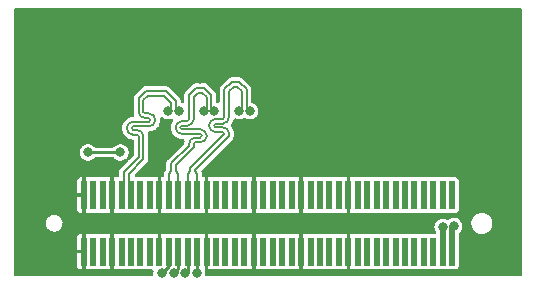
<source format=gbr>
G04 #@! TF.GenerationSoftware,KiCad,Pcbnew,6.0.7-1.fc35*
G04 #@! TF.CreationDate,2022-09-05T19:22:16-05:00*
G04 #@! TF.ProjectId,cam-adapter,63616d2d-6164-4617-9074-65722e6b6963,rev?*
G04 #@! TF.SameCoordinates,Original*
G04 #@! TF.FileFunction,Copper,L4,Bot*
G04 #@! TF.FilePolarity,Positive*
%FSLAX46Y46*%
G04 Gerber Fmt 4.6, Leading zero omitted, Abs format (unit mm)*
G04 Created by KiCad (PCBNEW 6.0.7-1.fc35) date 2022-09-05 19:22:16*
%MOMM*%
%LPD*%
G01*
G04 APERTURE LIST*
G04 #@! TA.AperFunction,SMDPad,CuDef*
%ADD10R,0.500000X2.400000*%
G04 #@! TD*
G04 #@! TA.AperFunction,ViaPad*
%ADD11C,0.800000*%
G04 #@! TD*
G04 #@! TA.AperFunction,Conductor*
%ADD12C,0.200000*%
G04 #@! TD*
G04 #@! TA.AperFunction,Conductor*
%ADD13C,0.500000*%
G04 #@! TD*
G04 #@! TA.AperFunction,Conductor*
%ADD14C,0.220000*%
G04 #@! TD*
G04 APERTURE END LIST*
D10*
G04 #@! TO.P,J2,1,Pin_1*
G04 #@! TO.N,+3.3V*
X138100000Y-95900000D03*
G04 #@! TO.P,J2,2,Pin_2*
G04 #@! TO.N,unconnected-(J2-Pad2)*
X138100000Y-91100000D03*
G04 #@! TO.P,J2,3,Pin_3*
G04 #@! TO.N,+3.3V*
X137300000Y-95900000D03*
G04 #@! TO.P,J2,4,Pin_4*
G04 #@! TO.N,unconnected-(J2-Pad4)*
X137300000Y-91100000D03*
G04 #@! TO.P,J2,5,Pin_5*
G04 #@! TO.N,unconnected-(J2-Pad5)*
X136500000Y-95900000D03*
G04 #@! TO.P,J2,6,Pin_6*
G04 #@! TO.N,unconnected-(J2-Pad6)*
X136500000Y-91100000D03*
G04 #@! TO.P,J2,7,Pin_7*
G04 #@! TO.N,unconnected-(J2-Pad7)*
X135700000Y-95900000D03*
G04 #@! TO.P,J2,8,Pin_8*
G04 #@! TO.N,unconnected-(J2-Pad8)*
X135700000Y-91100000D03*
G04 #@! TO.P,J2,9,Pin_9*
G04 #@! TO.N,unconnected-(J2-Pad9)*
X134900000Y-95900000D03*
G04 #@! TO.P,J2,10,Pin_10*
G04 #@! TO.N,unconnected-(J2-Pad10)*
X134900000Y-91100000D03*
G04 #@! TO.P,J2,11,Pin_11*
G04 #@! TO.N,unconnected-(J2-Pad11)*
X134100000Y-95900000D03*
G04 #@! TO.P,J2,12,Pin_12*
G04 #@! TO.N,unconnected-(J2-Pad12)*
X134100000Y-91100000D03*
G04 #@! TO.P,J2,13,Pin_13*
G04 #@! TO.N,unconnected-(J2-Pad13)*
X133300000Y-95900000D03*
G04 #@! TO.P,J2,14,Pin_14*
G04 #@! TO.N,unconnected-(J2-Pad14)*
X133300000Y-91100000D03*
G04 #@! TO.P,J2,15,Pin_15*
G04 #@! TO.N,unconnected-(J2-Pad15)*
X132500000Y-95900000D03*
G04 #@! TO.P,J2,16,Pin_16*
G04 #@! TO.N,unconnected-(J2-Pad16)*
X132500000Y-91100000D03*
G04 #@! TO.P,J2,17,Pin_17*
G04 #@! TO.N,unconnected-(J2-Pad17)*
X131700000Y-95900000D03*
G04 #@! TO.P,J2,18,Pin_18*
G04 #@! TO.N,unconnected-(J2-Pad18)*
X131700000Y-91100000D03*
G04 #@! TO.P,J2,19,Pin_19*
G04 #@! TO.N,unconnected-(J2-Pad19)*
X130900000Y-95900000D03*
G04 #@! TO.P,J2,20,Pin_20*
G04 #@! TO.N,unconnected-(J2-Pad20)*
X130900000Y-91100000D03*
G04 #@! TO.P,J2,21,Pin_21*
G04 #@! TO.N,unconnected-(J2-Pad21)*
X130100000Y-95900000D03*
G04 #@! TO.P,J2,22,Pin_22*
G04 #@! TO.N,unconnected-(J2-Pad22)*
X130100000Y-91100000D03*
G04 #@! TO.P,J2,23,Pin_23*
G04 #@! TO.N,GND*
X129300000Y-95900000D03*
G04 #@! TO.P,J2,24,Pin_24*
X129300000Y-91100000D03*
G04 #@! TO.P,J2,25,Pin_25*
G04 #@! TO.N,unconnected-(J2-Pad25)*
X128500000Y-95900000D03*
G04 #@! TO.P,J2,26,Pin_26*
G04 #@! TO.N,unconnected-(J2-Pad26)*
X128500000Y-91100000D03*
G04 #@! TO.P,J2,27,Pin_27*
G04 #@! TO.N,unconnected-(J2-Pad27)*
X127700000Y-95900000D03*
G04 #@! TO.P,J2,28,Pin_28*
G04 #@! TO.N,unconnected-(J2-Pad28)*
X127700000Y-91100000D03*
G04 #@! TO.P,J2,29,Pin_29*
G04 #@! TO.N,unconnected-(J2-Pad29)*
X126900000Y-95900000D03*
G04 #@! TO.P,J2,30,Pin_30*
G04 #@! TO.N,unconnected-(J2-Pad30)*
X126900000Y-91100000D03*
G04 #@! TO.P,J2,31,Pin_31*
G04 #@! TO.N,unconnected-(J2-Pad31)*
X126100000Y-95900000D03*
G04 #@! TO.P,J2,32,Pin_32*
G04 #@! TO.N,unconnected-(J2-Pad32)*
X126100000Y-91100000D03*
G04 #@! TO.P,J2,33,Pin_33*
G04 #@! TO.N,GND*
X125300000Y-95900000D03*
G04 #@! TO.P,J2,34,Pin_34*
X125300000Y-91100000D03*
G04 #@! TO.P,J2,35,Pin_35*
G04 #@! TO.N,unconnected-(J2-Pad35)*
X124500000Y-95900000D03*
G04 #@! TO.P,J2,36,Pin_36*
G04 #@! TO.N,unconnected-(J2-Pad36)*
X124500000Y-91100000D03*
G04 #@! TO.P,J2,37,Pin_37*
G04 #@! TO.N,unconnected-(J2-Pad37)*
X123700000Y-95900000D03*
G04 #@! TO.P,J2,38,Pin_38*
G04 #@! TO.N,unconnected-(J2-Pad38)*
X123700000Y-91100000D03*
G04 #@! TO.P,J2,39,Pin_39*
G04 #@! TO.N,unconnected-(J2-Pad39)*
X122900000Y-95900000D03*
G04 #@! TO.P,J2,40,Pin_40*
G04 #@! TO.N,unconnected-(J2-Pad40)*
X122900000Y-91100000D03*
G04 #@! TO.P,J2,41,Pin_41*
G04 #@! TO.N,unconnected-(J2-Pad41)*
X122100000Y-95900000D03*
G04 #@! TO.P,J2,42,Pin_42*
G04 #@! TO.N,unconnected-(J2-Pad42)*
X122100000Y-91100000D03*
G04 #@! TO.P,J2,43,Pin_43*
G04 #@! TO.N,GND*
X121300000Y-95900000D03*
G04 #@! TO.P,J2,44,Pin_44*
X121300000Y-91100000D03*
G04 #@! TO.P,J2,45,Pin_45*
G04 #@! TO.N,unconnected-(J2-Pad45)*
X120500000Y-95900000D03*
G04 #@! TO.P,J2,46,Pin_46*
G04 #@! TO.N,unconnected-(J2-Pad46)*
X120500000Y-91100000D03*
G04 #@! TO.P,J2,47,Pin_47*
G04 #@! TO.N,unconnected-(J2-Pad47)*
X119700000Y-95900000D03*
G04 #@! TO.P,J2,48,Pin_48*
G04 #@! TO.N,unconnected-(J2-Pad48)*
X119700000Y-91100000D03*
G04 #@! TO.P,J2,49,Pin_49*
G04 #@! TO.N,unconnected-(J2-Pad49)*
X118900000Y-95900000D03*
G04 #@! TO.P,J2,50,Pin_50*
G04 #@! TO.N,unconnected-(J2-Pad50)*
X118900000Y-91100000D03*
G04 #@! TO.P,J2,51,Pin_51*
G04 #@! TO.N,unconnected-(J2-Pad51)*
X118100000Y-95900000D03*
G04 #@! TO.P,J2,52,Pin_52*
G04 #@! TO.N,unconnected-(J2-Pad52)*
X118100000Y-91100000D03*
G04 #@! TO.P,J2,53,Pin_53*
G04 #@! TO.N,GND*
X117300000Y-95900000D03*
G04 #@! TO.P,J2,54,Pin_54*
X117300000Y-91100000D03*
G04 #@! TO.P,J2,55,Pin_55*
G04 #@! TO.N,/CAM_GPIO*
X116500000Y-95900000D03*
G04 #@! TO.P,J2,56,Pin_56*
G04 #@! TO.N,/CAM1_D0+*
X116500000Y-91100000D03*
G04 #@! TO.P,J2,57,Pin_57*
G04 #@! TO.N,/CAM_CLK*
X115700000Y-95900000D03*
G04 #@! TO.P,J2,58,Pin_58*
G04 #@! TO.N,/CAM1_D0-*
X115700000Y-91100000D03*
G04 #@! TO.P,J2,59,Pin_59*
G04 #@! TO.N,SCL0*
X114900000Y-95900000D03*
G04 #@! TO.P,J2,60,Pin_60*
G04 #@! TO.N,/CAM1_D1+*
X114900000Y-91100000D03*
G04 #@! TO.P,J2,61,Pin_61*
G04 #@! TO.N,SDA0*
X114100000Y-95900000D03*
G04 #@! TO.P,J2,62,Pin_62*
G04 #@! TO.N,/CAM1_D1-*
X114100000Y-91100000D03*
G04 #@! TO.P,J2,63,Pin_63*
G04 #@! TO.N,GND*
X113300000Y-95900000D03*
G04 #@! TO.P,J2,64,Pin_64*
X113300000Y-91100000D03*
G04 #@! TO.P,J2,65,Pin_65*
G04 #@! TO.N,unconnected-(J2-Pad65)*
X112500000Y-95900000D03*
G04 #@! TO.P,J2,66,Pin_66*
G04 #@! TO.N,unconnected-(J2-Pad66)*
X112500000Y-91100000D03*
G04 #@! TO.P,J2,67,Pin_67*
G04 #@! TO.N,unconnected-(J2-Pad67)*
X111700000Y-95900000D03*
G04 #@! TO.P,J2,68,Pin_68*
G04 #@! TO.N,unconnected-(J2-Pad68)*
X111700000Y-91100000D03*
G04 #@! TO.P,J2,69,Pin_69*
G04 #@! TO.N,unconnected-(J2-Pad69)*
X110900000Y-95900000D03*
G04 #@! TO.P,J2,70,Pin_70*
G04 #@! TO.N,/CAM1_CK+*
X110900000Y-91100000D03*
G04 #@! TO.P,J2,71,Pin_71*
G04 #@! TO.N,unconnected-(J2-Pad71)*
X110100000Y-95900000D03*
G04 #@! TO.P,J2,72,Pin_72*
G04 #@! TO.N,/CAM1_CK-*
X110100000Y-91100000D03*
G04 #@! TO.P,J2,73,Pin_73*
G04 #@! TO.N,GND*
X109300000Y-95900000D03*
G04 #@! TO.P,J2,74,Pin_74*
X109300000Y-91100000D03*
G04 #@! TO.P,J2,75,Pin_75*
G04 #@! TO.N,unconnected-(J2-Pad75)*
X108500000Y-95900000D03*
G04 #@! TO.P,J2,76,Pin_76*
G04 #@! TO.N,unconnected-(J2-Pad76)*
X108500000Y-91100000D03*
G04 #@! TO.P,J2,77,Pin_77*
G04 #@! TO.N,unconnected-(J2-Pad77)*
X107700000Y-95900000D03*
G04 #@! TO.P,J2,78,Pin_78*
G04 #@! TO.N,unconnected-(J2-Pad78)*
X107700000Y-91100000D03*
G04 #@! TO.P,J2,79,Pin_79*
G04 #@! TO.N,GND*
X106900000Y-95900000D03*
G04 #@! TO.P,J2,80,Pin_80*
X106900000Y-91100000D03*
G04 #@! TD*
D11*
G04 #@! TO.N,+3.3V*
X138250000Y-93750000D03*
X137300000Y-93800000D03*
G04 #@! TO.N,GND*
X108250000Y-78000000D03*
X113750000Y-78000000D03*
X119250000Y-78000000D03*
X124250000Y-78000000D03*
X102500000Y-78000000D03*
X121750000Y-81250000D03*
X119000000Y-87750000D03*
X113000000Y-87750000D03*
X122000000Y-87750000D03*
X111250000Y-81250000D03*
X132000000Y-85750000D03*
X116750000Y-81250000D03*
G04 #@! TO.N,/CAM_GPIO*
X116500000Y-97750000D03*
G04 #@! TO.N,/CAM1_D0+*
X120050000Y-83982024D03*
G04 #@! TO.N,/CAM_CLK*
X115500000Y-97750000D03*
G04 #@! TO.N,/CAM1_D0-*
X120950000Y-83982024D03*
G04 #@! TO.N,SCL0*
X114500000Y-97750000D03*
X110000000Y-87500000D03*
X107250000Y-87500000D03*
G04 #@! TO.N,/CAM1_D1+*
X117050000Y-83982024D03*
G04 #@! TO.N,SDA0*
X113500000Y-97750000D03*
G04 #@! TO.N,/CAM1_D1-*
X117950000Y-83982024D03*
G04 #@! TO.N,/CAM1_CK+*
X114050000Y-83982024D03*
G04 #@! TO.N,/CAM1_CK-*
X114950000Y-83982024D03*
G04 #@! TD*
D12*
G04 #@! TO.N,/CAM1_D0-*
X118800000Y-84517156D02*
X118800000Y-84118618D01*
X118650000Y-85767156D02*
X118050000Y-85767156D01*
X115900000Y-89099999D02*
X115900000Y-88817156D01*
X115700000Y-89299999D02*
X115900000Y-89099999D01*
G04 #@! TO.N,/CAM1_D0+*
X119200000Y-82332844D02*
X119582844Y-81950000D01*
X116500000Y-91100000D02*
X116500000Y-89299999D01*
G04 #@! TO.N,/CAM1_D0-*
X115700000Y-91100000D02*
X115700000Y-89299999D01*
G04 #@! TO.N,/CAM1_D0+*
X120300000Y-82332844D02*
X120300000Y-83732024D01*
X119582844Y-81950000D02*
X119917156Y-81950000D01*
X118650000Y-85367156D02*
X118050000Y-85367156D01*
X118650000Y-85367200D02*
G75*
G02*
X119200000Y-85917156I0J-550000D01*
G01*
G04 #@! TO.N,/CAM1_D0-*
X118650000Y-85767200D02*
G75*
G02*
X118800000Y-85917156I0J-150000D01*
G01*
X120700000Y-83732024D02*
X120950000Y-83982024D01*
G04 #@! TO.N,/CAM1_D0+*
X118050000Y-85067200D02*
G75*
G03*
X117900000Y-85217156I0J-150000D01*
G01*
X116500000Y-89299999D02*
X116300000Y-89099999D01*
X120300000Y-83732024D02*
X120050000Y-83982024D01*
G04 #@! TO.N,/CAM1_D0-*
X117500044Y-85217156D02*
G75*
G03*
X118050000Y-85767156I549956J-44D01*
G01*
G04 #@! TO.N,/CAM1_D0+*
X117900044Y-85217156D02*
G75*
G03*
X118050000Y-85367156I149956J-44D01*
G01*
X119199956Y-84517156D02*
G75*
G02*
X118650000Y-85067156I-549956J-44D01*
G01*
X119200000Y-86082844D02*
X119200000Y-85917156D01*
X119917156Y-81950000D02*
X120300000Y-82332844D01*
X116300000Y-89099999D02*
X116300000Y-88982844D01*
X116300000Y-88982844D02*
X119200000Y-86082844D01*
G04 #@! TO.N,/CAM1_D0-*
X118799956Y-84517156D02*
G75*
G02*
X118650000Y-84667156I-149956J-44D01*
G01*
X118050000Y-84667156D02*
X118650000Y-84667156D01*
X115900000Y-88817156D02*
X118800000Y-85917156D01*
X118800000Y-84118618D02*
X118800000Y-82167156D01*
X119417156Y-81550000D02*
X120082844Y-81550000D01*
X118050000Y-84667200D02*
G75*
G03*
X117500000Y-85217156I0J-550000D01*
G01*
G04 #@! TO.N,/CAM1_D0+*
X118050000Y-85067156D02*
X118650000Y-85067156D01*
G04 #@! TO.N,/CAM1_D0-*
X120082844Y-81550000D02*
X120700000Y-82167156D01*
G04 #@! TO.N,/CAM1_D0+*
X119200000Y-84517156D02*
X119200000Y-84118618D01*
X119200000Y-84118618D02*
X119200000Y-82332844D01*
G04 #@! TO.N,/CAM1_D0-*
X118800000Y-82167156D02*
X119417156Y-81550000D01*
X120700000Y-82167156D02*
X120700000Y-83732024D01*
G04 #@! TO.N,/CAM1_D1-*
X117700000Y-83732024D02*
X117700000Y-82667156D01*
G04 #@! TO.N,/CAM1_D1+*
X117050000Y-83982024D02*
X117300000Y-83732024D01*
G04 #@! TO.N,/CAM1_D1-*
X117950000Y-83982024D02*
X117700000Y-83732024D01*
X115800000Y-86800000D02*
G75*
G02*
X116350000Y-86250000I550000J0D01*
G01*
X115650000Y-84850000D02*
G75*
G03*
X115800000Y-84700000I0J150000D01*
G01*
X116771892Y-86249992D02*
G75*
G03*
X116921892Y-86100000I8J149992D01*
G01*
X115228108Y-85949992D02*
G75*
G02*
X114678108Y-85400000I-8J549992D01*
G01*
X114678100Y-85400000D02*
G75*
G02*
X115228108Y-84850000I550000J0D01*
G01*
G04 #@! TO.N,/CAM1_D1+*
X117300000Y-83732024D02*
X117300000Y-82832844D01*
X114700000Y-89099999D02*
X114900000Y-89299999D01*
G04 #@! TO.N,/CAM1_D1-*
X115800000Y-86917156D02*
X114300000Y-88417156D01*
G04 #@! TO.N,/CAM1_D1+*
X114700000Y-88582844D02*
X114700000Y-89099999D01*
X116200000Y-87082844D02*
X114700000Y-88582844D01*
X116200000Y-86800000D02*
X116200000Y-87082844D01*
X117321900Y-86100000D02*
G75*
G03*
X116771892Y-85550000I-550000J0D01*
G01*
G04 #@! TO.N,/CAM1_D1-*
X115800000Y-86800000D02*
X115800000Y-86917156D01*
G04 #@! TO.N,/CAM1_D1+*
X116771892Y-86650000D02*
X116350000Y-86650000D01*
X115650000Y-85550000D02*
X116771892Y-85550000D01*
X115228108Y-85549992D02*
G75*
G02*
X115078108Y-85400000I-8J149992D01*
G01*
X114900000Y-89299999D02*
X114900000Y-91100000D01*
X116200000Y-82832844D02*
X116200000Y-84700000D01*
X115078100Y-85400000D02*
G75*
G02*
X115228108Y-85250000I150000J0D01*
G01*
X117300000Y-82832844D02*
X116917156Y-82450000D01*
G04 #@! TO.N,/CAM1_D1-*
X116921900Y-86100000D02*
G75*
G03*
X116771892Y-85950000I-150000J0D01*
G01*
G04 #@! TO.N,/CAM1_D1+*
X116917156Y-82450000D02*
X116582844Y-82450000D01*
X116582844Y-82450000D02*
X116200000Y-82832844D01*
X116771892Y-86649992D02*
G75*
G03*
X117321892Y-86100000I8J549992D01*
G01*
X115228108Y-85550000D02*
X115650000Y-85550000D01*
G04 #@! TO.N,/CAM1_D1-*
X114100000Y-89299999D02*
X114100000Y-91100000D01*
G04 #@! TO.N,/CAM1_D1+*
X116200000Y-86800000D02*
G75*
G02*
X116350000Y-86650000I150000J0D01*
G01*
X115650000Y-85250000D02*
G75*
G03*
X116200000Y-84700000I0J550000D01*
G01*
X115650000Y-85250000D02*
X115228108Y-85250000D01*
G04 #@! TO.N,/CAM1_D1-*
X117700000Y-82667156D02*
X117082844Y-82050000D01*
X117082844Y-82050000D02*
X116417156Y-82050000D01*
X116771892Y-86250000D02*
X116350000Y-86250000D01*
X116417156Y-82050000D02*
X115800000Y-82667156D01*
X115800000Y-82667156D02*
X115800000Y-84700000D01*
X115650000Y-84850000D02*
X115228108Y-84850000D01*
X115228108Y-85950000D02*
X115650000Y-85950000D01*
X115650000Y-85950000D02*
X116771892Y-85950000D01*
X114300000Y-88417156D02*
X114300000Y-89099999D01*
X114300000Y-89099999D02*
X114100000Y-89299999D01*
G04 #@! TO.N,/CAM1_CK-*
X112413464Y-84899964D02*
G75*
G03*
X112563464Y-84750000I36J149964D01*
G01*
X112563500Y-84750000D02*
G75*
G03*
X112413464Y-84600000I-150000J0D01*
G01*
X114950000Y-83982024D02*
X114700000Y-83732024D01*
X112100000Y-84900000D02*
X111086536Y-84900000D01*
X112100000Y-84600000D02*
G75*
G02*
X111550000Y-84050000I0J550000D01*
G01*
G04 #@! TO.N,/CAM1_CK+*
X111950000Y-86150000D02*
G75*
G03*
X111400000Y-85600000I-550000J0D01*
G01*
G04 #@! TO.N,/CAM1_CK-*
X110536500Y-85450000D02*
G75*
G02*
X111086536Y-84900000I550000J0D01*
G01*
G04 #@! TO.N,/CAM1_CK+*
X110900000Y-90150000D02*
X110900000Y-91100000D01*
X111950000Y-86944696D02*
X111950000Y-88082844D01*
X110700000Y-89950000D02*
X110900000Y-90150000D01*
X112963500Y-84750000D02*
G75*
G03*
X112413464Y-84200000I-550000J0D01*
G01*
X111950000Y-86150000D02*
X111950000Y-86944696D01*
G04 #@! TO.N,/CAM1_CK-*
X111550000Y-86150000D02*
X111550000Y-86944696D01*
X111550000Y-86150000D02*
G75*
G03*
X111400000Y-86000000I-150000J0D01*
G01*
G04 #@! TO.N,/CAM1_CK+*
X111086536Y-85600000D02*
X111400000Y-85600000D01*
X112100000Y-85300000D02*
X111086536Y-85300000D01*
X111950000Y-88082844D02*
X110700000Y-89332844D01*
X112100000Y-84200000D02*
G75*
G02*
X111950000Y-84050000I0J150000D01*
G01*
X110700000Y-89332844D02*
X110700000Y-89950000D01*
G04 #@! TO.N,/CAM1_CK-*
X111550000Y-82917156D02*
X111550000Y-84050000D01*
X111086536Y-85999964D02*
G75*
G02*
X110536536Y-85450000I-36J549964D01*
G01*
G04 #@! TO.N,/CAM1_CK+*
X112413464Y-85299964D02*
G75*
G03*
X112963464Y-84750000I36J549964D01*
G01*
X112100000Y-84200000D02*
X112413464Y-84200000D01*
X110936500Y-85450000D02*
G75*
G02*
X111086536Y-85300000I150000J0D01*
G01*
X114300000Y-83332844D02*
X113667156Y-82700000D01*
X111086536Y-85599964D02*
G75*
G02*
X110936536Y-85450000I-36J149964D01*
G01*
G04 #@! TO.N,/CAM1_CK-*
X111550000Y-87917156D02*
X110300000Y-89167156D01*
G04 #@! TO.N,/CAM1_CK+*
X112413464Y-85300000D02*
X112100000Y-85300000D01*
G04 #@! TO.N,/CAM1_CK-*
X114700000Y-83732024D02*
X114700000Y-83167156D01*
G04 #@! TO.N,/CAM1_CK+*
X114300000Y-83732024D02*
X114300000Y-83332844D01*
G04 #@! TO.N,/CAM1_CK-*
X110300000Y-89950000D02*
X110100000Y-90150000D01*
G04 #@! TO.N,/CAM1_CK+*
X113667156Y-82700000D02*
X112332844Y-82700000D01*
G04 #@! TO.N,/CAM1_CK-*
X112167156Y-82300000D02*
X111550000Y-82917156D01*
G04 #@! TO.N,/CAM1_CK+*
X112332844Y-82700000D02*
X111950000Y-83082844D01*
X114050000Y-83982024D02*
X114300000Y-83732024D01*
X111950000Y-83082844D02*
X111950000Y-84050000D01*
G04 #@! TO.N,/CAM1_CK-*
X111086536Y-86000000D02*
X111400000Y-86000000D01*
X114700000Y-83167156D02*
X113832844Y-82300000D01*
X112413464Y-84900000D02*
X112100000Y-84900000D01*
X113832844Y-82300000D02*
X112167156Y-82300000D01*
X112100000Y-84600000D02*
X112413464Y-84600000D01*
X111550000Y-86944696D02*
X111550000Y-87917156D01*
X110300000Y-89167156D02*
X110300000Y-89950000D01*
X110100000Y-90150000D02*
X110100000Y-91100000D01*
D13*
G04 #@! TO.N,+3.3V*
X138100000Y-93900000D02*
X138250000Y-93750000D01*
X138100000Y-95900000D02*
X138100000Y-93900000D01*
X137300000Y-95900000D02*
X137300000Y-93800000D01*
D14*
G04 #@! TO.N,/CAM_GPIO*
X116500000Y-95900000D02*
X116500000Y-97750000D01*
G04 #@! TO.N,/CAM_CLK*
X115700000Y-97550000D02*
X115500000Y-97750000D01*
X115700000Y-95900000D02*
X115700000Y-97550000D01*
G04 #@! TO.N,SCL0*
X110000000Y-87500000D02*
X107250000Y-87500000D01*
X114500000Y-97750000D02*
X114900000Y-97350000D01*
X114900000Y-97350000D02*
X114900000Y-95900000D01*
G04 #@! TO.N,SDA0*
X114100000Y-97150000D02*
X113500000Y-97750000D01*
X114100000Y-95900000D02*
X114100000Y-97150000D01*
G04 #@! TD*
G04 #@! TA.AperFunction,Conductor*
G04 #@! TO.N,GND*
G36*
X143925500Y-75269962D02*
G01*
X143980038Y-75324500D01*
X144000000Y-75399000D01*
X144000000Y-97851000D01*
X143980038Y-97925500D01*
X143925500Y-97980038D01*
X143851000Y-98000000D01*
X117343721Y-98000000D01*
X117269221Y-97980038D01*
X117214683Y-97925500D01*
X117194721Y-97851000D01*
X117196207Y-97830006D01*
X117204803Y-97769604D01*
X117205490Y-97764778D01*
X117205645Y-97750000D01*
X117185276Y-97581680D01*
X117150038Y-97488425D01*
X117142378Y-97411678D01*
X117145496Y-97397193D01*
X117150000Y-97380384D01*
X117450000Y-97380384D01*
X117454145Y-97395855D01*
X117469616Y-97400000D01*
X117590154Y-97400000D01*
X117598966Y-97399477D01*
X117609621Y-97398210D01*
X117630950Y-97392348D01*
X117638978Y-97388782D01*
X117715167Y-97376785D01*
X117759704Y-97388678D01*
X117768006Y-97392348D01*
X117779673Y-97397506D01*
X117790799Y-97398803D01*
X117790802Y-97398804D01*
X117801070Y-97400001D01*
X117801078Y-97400001D01*
X117805354Y-97400500D01*
X118394646Y-97400500D01*
X118420846Y-97397382D01*
X118439591Y-97389056D01*
X118515778Y-97377057D01*
X118560324Y-97388952D01*
X118560560Y-97389056D01*
X118569422Y-97392974D01*
X118579673Y-97397506D01*
X118594318Y-97399213D01*
X118601070Y-97400001D01*
X118601078Y-97400001D01*
X118605354Y-97400500D01*
X119194646Y-97400500D01*
X119220846Y-97397382D01*
X119239591Y-97389056D01*
X119315778Y-97377057D01*
X119360324Y-97388952D01*
X119360560Y-97389056D01*
X119369422Y-97392974D01*
X119379673Y-97397506D01*
X119394318Y-97399213D01*
X119401070Y-97400001D01*
X119401078Y-97400001D01*
X119405354Y-97400500D01*
X119994646Y-97400500D01*
X120020846Y-97397382D01*
X120039591Y-97389056D01*
X120115778Y-97377057D01*
X120160324Y-97388952D01*
X120160560Y-97389056D01*
X120169422Y-97392974D01*
X120179673Y-97397506D01*
X120194318Y-97399213D01*
X120201070Y-97400001D01*
X120201078Y-97400001D01*
X120205354Y-97400500D01*
X120794646Y-97400500D01*
X120820846Y-97397382D01*
X120839825Y-97388952D01*
X120840208Y-97388782D01*
X120916398Y-97376784D01*
X120960936Y-97388677D01*
X120969539Y-97392480D01*
X120990918Y-97398309D01*
X121001124Y-97399498D01*
X121009754Y-97400000D01*
X121130384Y-97400000D01*
X121145855Y-97395855D01*
X121150000Y-97380384D01*
X121450000Y-97380384D01*
X121454145Y-97395855D01*
X121469616Y-97400000D01*
X121590154Y-97400000D01*
X121598966Y-97399477D01*
X121609621Y-97398210D01*
X121630950Y-97392348D01*
X121638978Y-97388782D01*
X121715167Y-97376785D01*
X121759704Y-97388678D01*
X121768006Y-97392348D01*
X121779673Y-97397506D01*
X121790799Y-97398803D01*
X121790802Y-97398804D01*
X121801070Y-97400001D01*
X121801078Y-97400001D01*
X121805354Y-97400500D01*
X122394646Y-97400500D01*
X122420846Y-97397382D01*
X122439591Y-97389056D01*
X122515778Y-97377057D01*
X122560324Y-97388952D01*
X122560560Y-97389056D01*
X122569422Y-97392974D01*
X122579673Y-97397506D01*
X122594318Y-97399213D01*
X122601070Y-97400001D01*
X122601078Y-97400001D01*
X122605354Y-97400500D01*
X123194646Y-97400500D01*
X123220846Y-97397382D01*
X123239591Y-97389056D01*
X123315778Y-97377057D01*
X123360324Y-97388952D01*
X123360560Y-97389056D01*
X123369422Y-97392974D01*
X123379673Y-97397506D01*
X123394318Y-97399213D01*
X123401070Y-97400001D01*
X123401078Y-97400001D01*
X123405354Y-97400500D01*
X123994646Y-97400500D01*
X124020846Y-97397382D01*
X124039591Y-97389056D01*
X124115778Y-97377057D01*
X124160324Y-97388952D01*
X124160560Y-97389056D01*
X124169422Y-97392974D01*
X124179673Y-97397506D01*
X124194318Y-97399213D01*
X124201070Y-97400001D01*
X124201078Y-97400001D01*
X124205354Y-97400500D01*
X124794646Y-97400500D01*
X124820846Y-97397382D01*
X124839825Y-97388952D01*
X124840208Y-97388782D01*
X124916398Y-97376784D01*
X124960936Y-97388677D01*
X124969539Y-97392480D01*
X124990918Y-97398309D01*
X125001124Y-97399498D01*
X125009754Y-97400000D01*
X125130384Y-97400000D01*
X125145855Y-97395855D01*
X125150000Y-97380384D01*
X125450000Y-97380384D01*
X125454145Y-97395855D01*
X125469616Y-97400000D01*
X125590154Y-97400000D01*
X125598966Y-97399477D01*
X125609621Y-97398210D01*
X125630950Y-97392348D01*
X125638978Y-97388782D01*
X125715167Y-97376785D01*
X125759704Y-97388678D01*
X125768006Y-97392348D01*
X125779673Y-97397506D01*
X125790799Y-97398803D01*
X125790802Y-97398804D01*
X125801070Y-97400001D01*
X125801078Y-97400001D01*
X125805354Y-97400500D01*
X126394646Y-97400500D01*
X126420846Y-97397382D01*
X126439591Y-97389056D01*
X126515778Y-97377057D01*
X126560324Y-97388952D01*
X126560560Y-97389056D01*
X126569422Y-97392974D01*
X126579673Y-97397506D01*
X126594318Y-97399213D01*
X126601070Y-97400001D01*
X126601078Y-97400001D01*
X126605354Y-97400500D01*
X127194646Y-97400500D01*
X127220846Y-97397382D01*
X127239591Y-97389056D01*
X127315778Y-97377057D01*
X127360324Y-97388952D01*
X127360560Y-97389056D01*
X127369422Y-97392974D01*
X127379673Y-97397506D01*
X127394318Y-97399213D01*
X127401070Y-97400001D01*
X127401078Y-97400001D01*
X127405354Y-97400500D01*
X127994646Y-97400500D01*
X128020846Y-97397382D01*
X128039591Y-97389056D01*
X128115778Y-97377057D01*
X128160324Y-97388952D01*
X128160560Y-97389056D01*
X128169422Y-97392974D01*
X128179673Y-97397506D01*
X128194318Y-97399213D01*
X128201070Y-97400001D01*
X128201078Y-97400001D01*
X128205354Y-97400500D01*
X128794646Y-97400500D01*
X128820846Y-97397382D01*
X128839825Y-97388952D01*
X128840208Y-97388782D01*
X128916398Y-97376784D01*
X128960936Y-97388677D01*
X128969539Y-97392480D01*
X128990918Y-97398309D01*
X129001124Y-97399498D01*
X129009754Y-97400000D01*
X129130384Y-97400000D01*
X129145855Y-97395855D01*
X129150000Y-97380384D01*
X129450000Y-97380384D01*
X129454145Y-97395855D01*
X129469616Y-97400000D01*
X129590154Y-97400000D01*
X129598966Y-97399477D01*
X129609621Y-97398210D01*
X129630950Y-97392348D01*
X129638978Y-97388782D01*
X129715167Y-97376785D01*
X129759704Y-97388678D01*
X129768006Y-97392348D01*
X129779673Y-97397506D01*
X129790799Y-97398803D01*
X129790802Y-97398804D01*
X129801070Y-97400001D01*
X129801078Y-97400001D01*
X129805354Y-97400500D01*
X130394646Y-97400500D01*
X130420846Y-97397382D01*
X130439591Y-97389056D01*
X130515778Y-97377057D01*
X130560324Y-97388952D01*
X130560560Y-97389056D01*
X130569422Y-97392974D01*
X130579673Y-97397506D01*
X130594318Y-97399213D01*
X130601070Y-97400001D01*
X130601078Y-97400001D01*
X130605354Y-97400500D01*
X131194646Y-97400500D01*
X131220846Y-97397382D01*
X131239591Y-97389056D01*
X131315778Y-97377057D01*
X131360324Y-97388952D01*
X131360560Y-97389056D01*
X131369422Y-97392974D01*
X131379673Y-97397506D01*
X131394318Y-97399213D01*
X131401070Y-97400001D01*
X131401078Y-97400001D01*
X131405354Y-97400500D01*
X131994646Y-97400500D01*
X132020846Y-97397382D01*
X132039591Y-97389056D01*
X132115778Y-97377057D01*
X132160324Y-97388952D01*
X132160560Y-97389056D01*
X132169422Y-97392974D01*
X132179673Y-97397506D01*
X132194318Y-97399213D01*
X132201070Y-97400001D01*
X132201078Y-97400001D01*
X132205354Y-97400500D01*
X132794646Y-97400500D01*
X132820846Y-97397382D01*
X132839591Y-97389056D01*
X132915778Y-97377057D01*
X132960324Y-97388952D01*
X132960560Y-97389056D01*
X132969422Y-97392974D01*
X132979673Y-97397506D01*
X132994318Y-97399213D01*
X133001070Y-97400001D01*
X133001078Y-97400001D01*
X133005354Y-97400500D01*
X133594646Y-97400500D01*
X133620846Y-97397382D01*
X133639591Y-97389056D01*
X133715778Y-97377057D01*
X133760324Y-97388952D01*
X133760560Y-97389056D01*
X133769422Y-97392974D01*
X133779673Y-97397506D01*
X133794318Y-97399213D01*
X133801070Y-97400001D01*
X133801078Y-97400001D01*
X133805354Y-97400500D01*
X134394646Y-97400500D01*
X134420846Y-97397382D01*
X134439591Y-97389056D01*
X134515778Y-97377057D01*
X134560324Y-97388952D01*
X134560560Y-97389056D01*
X134569422Y-97392974D01*
X134579673Y-97397506D01*
X134594318Y-97399213D01*
X134601070Y-97400001D01*
X134601078Y-97400001D01*
X134605354Y-97400500D01*
X135194646Y-97400500D01*
X135220846Y-97397382D01*
X135239591Y-97389056D01*
X135315778Y-97377057D01*
X135360324Y-97388952D01*
X135360560Y-97389056D01*
X135369422Y-97392974D01*
X135379673Y-97397506D01*
X135394318Y-97399213D01*
X135401070Y-97400001D01*
X135401078Y-97400001D01*
X135405354Y-97400500D01*
X135994646Y-97400500D01*
X136020846Y-97397382D01*
X136039591Y-97389056D01*
X136115778Y-97377057D01*
X136160324Y-97388952D01*
X136160560Y-97389056D01*
X136169422Y-97392974D01*
X136179673Y-97397506D01*
X136194318Y-97399213D01*
X136201070Y-97400001D01*
X136201078Y-97400001D01*
X136205354Y-97400500D01*
X136794646Y-97400500D01*
X136820846Y-97397382D01*
X136839591Y-97389056D01*
X136915778Y-97377057D01*
X136960324Y-97388952D01*
X136960560Y-97389056D01*
X136969422Y-97392974D01*
X136979673Y-97397506D01*
X136994318Y-97399213D01*
X137001070Y-97400001D01*
X137001078Y-97400001D01*
X137005354Y-97400500D01*
X137594646Y-97400500D01*
X137620846Y-97397382D01*
X137639591Y-97389056D01*
X137715778Y-97377057D01*
X137760324Y-97388952D01*
X137760560Y-97389056D01*
X137769422Y-97392974D01*
X137779673Y-97397506D01*
X137794318Y-97399213D01*
X137801070Y-97400001D01*
X137801078Y-97400001D01*
X137805354Y-97400500D01*
X138394646Y-97400500D01*
X138420846Y-97397382D01*
X138523153Y-97351939D01*
X138602241Y-97272713D01*
X138615281Y-97243219D01*
X138642976Y-97180574D01*
X138642976Y-97180573D01*
X138647506Y-97170327D01*
X138649213Y-97155682D01*
X138650001Y-97148930D01*
X138650001Y-97148922D01*
X138650500Y-97144646D01*
X138650500Y-94397894D01*
X138670462Y-94323394D01*
X138702732Y-94284594D01*
X138733920Y-94257956D01*
X138769423Y-94227634D01*
X138801154Y-94183476D01*
X138863124Y-94097236D01*
X138863126Y-94097232D01*
X138868361Y-94089947D01*
X138892636Y-94029561D01*
X138928251Y-93940969D01*
X138928252Y-93940964D01*
X138931601Y-93932634D01*
X138955490Y-93764778D01*
X138955645Y-93750000D01*
X138936845Y-93594646D01*
X139699500Y-93594646D01*
X139701124Y-93602286D01*
X139701124Y-93602287D01*
X139734822Y-93760823D01*
X139738856Y-93779803D01*
X139815849Y-93952730D01*
X139820438Y-93959046D01*
X139915543Y-94089947D01*
X139927112Y-94105871D01*
X139989002Y-94161597D01*
X140061979Y-94227307D01*
X140061984Y-94227311D01*
X140067784Y-94232533D01*
X140074544Y-94236436D01*
X140074547Y-94236438D01*
X140137244Y-94272635D01*
X140231716Y-94327179D01*
X140411744Y-94385674D01*
X140419511Y-94386490D01*
X140419514Y-94386491D01*
X140489116Y-94393806D01*
X140552808Y-94400500D01*
X140647192Y-94400500D01*
X140710884Y-94393806D01*
X140780486Y-94386491D01*
X140780489Y-94386490D01*
X140788256Y-94385674D01*
X140968284Y-94327179D01*
X141062756Y-94272635D01*
X141125453Y-94236438D01*
X141125456Y-94236436D01*
X141132216Y-94232533D01*
X141138016Y-94227311D01*
X141138021Y-94227307D01*
X141210998Y-94161597D01*
X141272888Y-94105871D01*
X141284458Y-94089947D01*
X141379562Y-93959046D01*
X141384151Y-93952730D01*
X141461144Y-93779803D01*
X141465179Y-93760823D01*
X141498876Y-93602287D01*
X141498876Y-93602286D01*
X141500500Y-93594646D01*
X141500500Y-93405354D01*
X141468336Y-93254032D01*
X141462768Y-93227836D01*
X141462767Y-93227833D01*
X141461144Y-93220197D01*
X141384151Y-93047270D01*
X141272888Y-92894129D01*
X141190322Y-92819786D01*
X141138021Y-92772693D01*
X141138016Y-92772689D01*
X141132216Y-92767467D01*
X141125456Y-92763564D01*
X141125453Y-92763562D01*
X141062756Y-92727365D01*
X140968284Y-92672821D01*
X140788256Y-92614326D01*
X140780489Y-92613510D01*
X140780486Y-92613509D01*
X140710884Y-92606194D01*
X140647192Y-92599500D01*
X140552808Y-92599500D01*
X140489116Y-92606194D01*
X140419514Y-92613509D01*
X140419511Y-92613510D01*
X140411744Y-92614326D01*
X140231716Y-92672821D01*
X140137244Y-92727365D01*
X140074547Y-92763562D01*
X140074544Y-92763564D01*
X140067784Y-92767467D01*
X140061984Y-92772689D01*
X140061979Y-92772693D01*
X140009678Y-92819786D01*
X139927112Y-92894129D01*
X139815849Y-93047270D01*
X139738856Y-93220197D01*
X139737233Y-93227833D01*
X139737232Y-93227836D01*
X139731664Y-93254032D01*
X139699500Y-93405354D01*
X139699500Y-93594646D01*
X138936845Y-93594646D01*
X138935276Y-93581680D01*
X138875345Y-93423077D01*
X138779312Y-93283349D01*
X138772604Y-93277372D01*
X138659428Y-93176535D01*
X138659424Y-93176532D01*
X138652721Y-93170560D01*
X138644783Y-93166357D01*
X138644780Y-93166355D01*
X138510823Y-93095429D01*
X138502881Y-93091224D01*
X138494168Y-93089035D01*
X138494167Y-93089035D01*
X138356296Y-93054404D01*
X138338441Y-93049919D01*
X138234002Y-93049372D01*
X138177873Y-93049078D01*
X138168895Y-93049031D01*
X138160164Y-93051127D01*
X138160165Y-93051127D01*
X138012765Y-93086515D01*
X138012762Y-93086516D01*
X138004032Y-93088612D01*
X137996053Y-93092730D01*
X137996051Y-93092731D01*
X137906339Y-93139035D01*
X137853369Y-93166375D01*
X137846599Y-93172281D01*
X137834983Y-93182414D01*
X137765720Y-93216345D01*
X137688770Y-93211098D01*
X137667314Y-93201813D01*
X137560823Y-93145429D01*
X137552881Y-93141224D01*
X137544168Y-93139035D01*
X137544167Y-93139035D01*
X137433961Y-93111353D01*
X137388441Y-93099919D01*
X137284002Y-93099372D01*
X137227873Y-93099078D01*
X137218895Y-93099031D01*
X137193117Y-93105220D01*
X137062765Y-93136515D01*
X137062762Y-93136516D01*
X137054032Y-93138612D01*
X137046053Y-93142730D01*
X137046051Y-93142731D01*
X136969167Y-93182414D01*
X136903369Y-93216375D01*
X136896602Y-93222279D01*
X136896598Y-93222281D01*
X136826595Y-93283349D01*
X136775604Y-93327831D01*
X136678113Y-93466547D01*
X136616524Y-93624513D01*
X136594394Y-93792611D01*
X136612999Y-93961135D01*
X136616087Y-93969572D01*
X136616087Y-93969574D01*
X136639811Y-94034401D01*
X136671266Y-94120356D01*
X136676273Y-94127808D01*
X136676275Y-94127811D01*
X136702876Y-94167397D01*
X136727858Y-94240367D01*
X136713009Y-94316052D01*
X136662306Y-94374173D01*
X136589336Y-94399155D01*
X136579203Y-94399500D01*
X136205354Y-94399500D01*
X136179154Y-94402618D01*
X136160409Y-94410944D01*
X136084222Y-94422943D01*
X136039676Y-94411048D01*
X136031994Y-94407652D01*
X136030574Y-94407024D01*
X136030573Y-94407024D01*
X136020327Y-94402494D01*
X136005682Y-94400787D01*
X135998930Y-94399999D01*
X135998922Y-94399999D01*
X135994646Y-94399500D01*
X135405354Y-94399500D01*
X135379154Y-94402618D01*
X135360409Y-94410944D01*
X135284222Y-94422943D01*
X135239676Y-94411048D01*
X135231994Y-94407652D01*
X135230574Y-94407024D01*
X135230573Y-94407024D01*
X135220327Y-94402494D01*
X135205682Y-94400787D01*
X135198930Y-94399999D01*
X135198922Y-94399999D01*
X135194646Y-94399500D01*
X134605354Y-94399500D01*
X134579154Y-94402618D01*
X134560409Y-94410944D01*
X134484222Y-94422943D01*
X134439676Y-94411048D01*
X134431994Y-94407652D01*
X134430574Y-94407024D01*
X134430573Y-94407024D01*
X134420327Y-94402494D01*
X134405682Y-94400787D01*
X134398930Y-94399999D01*
X134398922Y-94399999D01*
X134394646Y-94399500D01*
X133805354Y-94399500D01*
X133779154Y-94402618D01*
X133760409Y-94410944D01*
X133684222Y-94422943D01*
X133639676Y-94411048D01*
X133631994Y-94407652D01*
X133630574Y-94407024D01*
X133630573Y-94407024D01*
X133620327Y-94402494D01*
X133605682Y-94400787D01*
X133598930Y-94399999D01*
X133598922Y-94399999D01*
X133594646Y-94399500D01*
X133005354Y-94399500D01*
X132979154Y-94402618D01*
X132960409Y-94410944D01*
X132884222Y-94422943D01*
X132839676Y-94411048D01*
X132831994Y-94407652D01*
X132830574Y-94407024D01*
X132830573Y-94407024D01*
X132820327Y-94402494D01*
X132805682Y-94400787D01*
X132798930Y-94399999D01*
X132798922Y-94399999D01*
X132794646Y-94399500D01*
X132205354Y-94399500D01*
X132179154Y-94402618D01*
X132160409Y-94410944D01*
X132084222Y-94422943D01*
X132039676Y-94411048D01*
X132031994Y-94407652D01*
X132030574Y-94407024D01*
X132030573Y-94407024D01*
X132020327Y-94402494D01*
X132005682Y-94400787D01*
X131998930Y-94399999D01*
X131998922Y-94399999D01*
X131994646Y-94399500D01*
X131405354Y-94399500D01*
X131379154Y-94402618D01*
X131360409Y-94410944D01*
X131284222Y-94422943D01*
X131239676Y-94411048D01*
X131231994Y-94407652D01*
X131230574Y-94407024D01*
X131230573Y-94407024D01*
X131220327Y-94402494D01*
X131205682Y-94400787D01*
X131198930Y-94399999D01*
X131198922Y-94399999D01*
X131194646Y-94399500D01*
X130605354Y-94399500D01*
X130579154Y-94402618D01*
X130560409Y-94410944D01*
X130484222Y-94422943D01*
X130439676Y-94411048D01*
X130431994Y-94407652D01*
X130430574Y-94407024D01*
X130430573Y-94407024D01*
X130420327Y-94402494D01*
X130405682Y-94400787D01*
X130398930Y-94399999D01*
X130398922Y-94399999D01*
X130394646Y-94399500D01*
X129805354Y-94399500D01*
X129779154Y-94402618D01*
X129767821Y-94407652D01*
X129759792Y-94411218D01*
X129683602Y-94423216D01*
X129639064Y-94411323D01*
X129630461Y-94407520D01*
X129609082Y-94401691D01*
X129598876Y-94400502D01*
X129590246Y-94400000D01*
X129469616Y-94400000D01*
X129454145Y-94404145D01*
X129450000Y-94419616D01*
X129450000Y-97380384D01*
X129150000Y-97380384D01*
X129150000Y-94419616D01*
X129145855Y-94404145D01*
X129130384Y-94400000D01*
X129009846Y-94400000D01*
X129001034Y-94400523D01*
X128990379Y-94401790D01*
X128969050Y-94407652D01*
X128961022Y-94411218D01*
X128884833Y-94423215D01*
X128840296Y-94411322D01*
X128830578Y-94407026D01*
X128820327Y-94402494D01*
X128809201Y-94401197D01*
X128809198Y-94401196D01*
X128798930Y-94399999D01*
X128798922Y-94399999D01*
X128794646Y-94399500D01*
X128205354Y-94399500D01*
X128179154Y-94402618D01*
X128160409Y-94410944D01*
X128084222Y-94422943D01*
X128039676Y-94411048D01*
X128031994Y-94407652D01*
X128030574Y-94407024D01*
X128030573Y-94407024D01*
X128020327Y-94402494D01*
X128005682Y-94400787D01*
X127998930Y-94399999D01*
X127998922Y-94399999D01*
X127994646Y-94399500D01*
X127405354Y-94399500D01*
X127379154Y-94402618D01*
X127360409Y-94410944D01*
X127284222Y-94422943D01*
X127239676Y-94411048D01*
X127231994Y-94407652D01*
X127230574Y-94407024D01*
X127230573Y-94407024D01*
X127220327Y-94402494D01*
X127205682Y-94400787D01*
X127198930Y-94399999D01*
X127198922Y-94399999D01*
X127194646Y-94399500D01*
X126605354Y-94399500D01*
X126579154Y-94402618D01*
X126560409Y-94410944D01*
X126484222Y-94422943D01*
X126439676Y-94411048D01*
X126431994Y-94407652D01*
X126430574Y-94407024D01*
X126430573Y-94407024D01*
X126420327Y-94402494D01*
X126405682Y-94400787D01*
X126398930Y-94399999D01*
X126398922Y-94399999D01*
X126394646Y-94399500D01*
X125805354Y-94399500D01*
X125779154Y-94402618D01*
X125767821Y-94407652D01*
X125759792Y-94411218D01*
X125683602Y-94423216D01*
X125639064Y-94411323D01*
X125630461Y-94407520D01*
X125609082Y-94401691D01*
X125598876Y-94400502D01*
X125590246Y-94400000D01*
X125469616Y-94400000D01*
X125454145Y-94404145D01*
X125450000Y-94419616D01*
X125450000Y-97380384D01*
X125150000Y-97380384D01*
X125150000Y-94419616D01*
X125145855Y-94404145D01*
X125130384Y-94400000D01*
X125009846Y-94400000D01*
X125001034Y-94400523D01*
X124990379Y-94401790D01*
X124969050Y-94407652D01*
X124961022Y-94411218D01*
X124884833Y-94423215D01*
X124840296Y-94411322D01*
X124830578Y-94407026D01*
X124820327Y-94402494D01*
X124809201Y-94401197D01*
X124809198Y-94401196D01*
X124798930Y-94399999D01*
X124798922Y-94399999D01*
X124794646Y-94399500D01*
X124205354Y-94399500D01*
X124179154Y-94402618D01*
X124160409Y-94410944D01*
X124084222Y-94422943D01*
X124039676Y-94411048D01*
X124031994Y-94407652D01*
X124030574Y-94407024D01*
X124030573Y-94407024D01*
X124020327Y-94402494D01*
X124005682Y-94400787D01*
X123998930Y-94399999D01*
X123998922Y-94399999D01*
X123994646Y-94399500D01*
X123405354Y-94399500D01*
X123379154Y-94402618D01*
X123360409Y-94410944D01*
X123284222Y-94422943D01*
X123239676Y-94411048D01*
X123231994Y-94407652D01*
X123230574Y-94407024D01*
X123230573Y-94407024D01*
X123220327Y-94402494D01*
X123205682Y-94400787D01*
X123198930Y-94399999D01*
X123198922Y-94399999D01*
X123194646Y-94399500D01*
X122605354Y-94399500D01*
X122579154Y-94402618D01*
X122560409Y-94410944D01*
X122484222Y-94422943D01*
X122439676Y-94411048D01*
X122431994Y-94407652D01*
X122430574Y-94407024D01*
X122430573Y-94407024D01*
X122420327Y-94402494D01*
X122405682Y-94400787D01*
X122398930Y-94399999D01*
X122398922Y-94399999D01*
X122394646Y-94399500D01*
X121805354Y-94399500D01*
X121779154Y-94402618D01*
X121767821Y-94407652D01*
X121759792Y-94411218D01*
X121683602Y-94423216D01*
X121639064Y-94411323D01*
X121630461Y-94407520D01*
X121609082Y-94401691D01*
X121598876Y-94400502D01*
X121590246Y-94400000D01*
X121469616Y-94400000D01*
X121454145Y-94404145D01*
X121450000Y-94419616D01*
X121450000Y-97380384D01*
X121150000Y-97380384D01*
X121150000Y-94419616D01*
X121145855Y-94404145D01*
X121130384Y-94400000D01*
X121009846Y-94400000D01*
X121001034Y-94400523D01*
X120990379Y-94401790D01*
X120969050Y-94407652D01*
X120961022Y-94411218D01*
X120884833Y-94423215D01*
X120840296Y-94411322D01*
X120830578Y-94407026D01*
X120820327Y-94402494D01*
X120809201Y-94401197D01*
X120809198Y-94401196D01*
X120798930Y-94399999D01*
X120798922Y-94399999D01*
X120794646Y-94399500D01*
X120205354Y-94399500D01*
X120179154Y-94402618D01*
X120160409Y-94410944D01*
X120084222Y-94422943D01*
X120039676Y-94411048D01*
X120031994Y-94407652D01*
X120030574Y-94407024D01*
X120030573Y-94407024D01*
X120020327Y-94402494D01*
X120005682Y-94400787D01*
X119998930Y-94399999D01*
X119998922Y-94399999D01*
X119994646Y-94399500D01*
X119405354Y-94399500D01*
X119379154Y-94402618D01*
X119360409Y-94410944D01*
X119284222Y-94422943D01*
X119239676Y-94411048D01*
X119231994Y-94407652D01*
X119230574Y-94407024D01*
X119230573Y-94407024D01*
X119220327Y-94402494D01*
X119205682Y-94400787D01*
X119198930Y-94399999D01*
X119198922Y-94399999D01*
X119194646Y-94399500D01*
X118605354Y-94399500D01*
X118579154Y-94402618D01*
X118560409Y-94410944D01*
X118484222Y-94422943D01*
X118439676Y-94411048D01*
X118431994Y-94407652D01*
X118430574Y-94407024D01*
X118430573Y-94407024D01*
X118420327Y-94402494D01*
X118405682Y-94400787D01*
X118398930Y-94399999D01*
X118398922Y-94399999D01*
X118394646Y-94399500D01*
X117805354Y-94399500D01*
X117779154Y-94402618D01*
X117767821Y-94407652D01*
X117759792Y-94411218D01*
X117683602Y-94423216D01*
X117639064Y-94411323D01*
X117630461Y-94407520D01*
X117609082Y-94401691D01*
X117598876Y-94400502D01*
X117590246Y-94400000D01*
X117469616Y-94400000D01*
X117454145Y-94404145D01*
X117450000Y-94419616D01*
X117450000Y-97380384D01*
X117150000Y-97380384D01*
X117150000Y-94419616D01*
X117145855Y-94404145D01*
X117130384Y-94400000D01*
X117009846Y-94400000D01*
X117001034Y-94400523D01*
X116990379Y-94401790D01*
X116969050Y-94407652D01*
X116961022Y-94411218D01*
X116884833Y-94423215D01*
X116840296Y-94411322D01*
X116830578Y-94407026D01*
X116820327Y-94402494D01*
X116809201Y-94401197D01*
X116809198Y-94401196D01*
X116798930Y-94399999D01*
X116798922Y-94399999D01*
X116794646Y-94399500D01*
X116205354Y-94399500D01*
X116179154Y-94402618D01*
X116160409Y-94410944D01*
X116084222Y-94422943D01*
X116039676Y-94411048D01*
X116031994Y-94407652D01*
X116030574Y-94407024D01*
X116030573Y-94407024D01*
X116020327Y-94402494D01*
X116005682Y-94400787D01*
X115998930Y-94399999D01*
X115998922Y-94399999D01*
X115994646Y-94399500D01*
X115405354Y-94399500D01*
X115379154Y-94402618D01*
X115360409Y-94410944D01*
X115284222Y-94422943D01*
X115239676Y-94411048D01*
X115231994Y-94407652D01*
X115230574Y-94407024D01*
X115230573Y-94407024D01*
X115220327Y-94402494D01*
X115205682Y-94400787D01*
X115198930Y-94399999D01*
X115198922Y-94399999D01*
X115194646Y-94399500D01*
X114605354Y-94399500D01*
X114579154Y-94402618D01*
X114560409Y-94410944D01*
X114484222Y-94422943D01*
X114439676Y-94411048D01*
X114431994Y-94407652D01*
X114430574Y-94407024D01*
X114430573Y-94407024D01*
X114420327Y-94402494D01*
X114405682Y-94400787D01*
X114398930Y-94399999D01*
X114398922Y-94399999D01*
X114394646Y-94399500D01*
X113805354Y-94399500D01*
X113779154Y-94402618D01*
X113767821Y-94407652D01*
X113759792Y-94411218D01*
X113683602Y-94423216D01*
X113639064Y-94411323D01*
X113630461Y-94407520D01*
X113609082Y-94401691D01*
X113598876Y-94400502D01*
X113590246Y-94400000D01*
X113469616Y-94400000D01*
X113454145Y-94404145D01*
X113450000Y-94419616D01*
X113450000Y-95901000D01*
X113430038Y-95975500D01*
X113375500Y-96030038D01*
X113301000Y-96050000D01*
X113299000Y-96050000D01*
X113224500Y-96030038D01*
X113169962Y-95975500D01*
X113150000Y-95901000D01*
X113150000Y-94419616D01*
X113145855Y-94404145D01*
X113130384Y-94400000D01*
X113009846Y-94400000D01*
X113001034Y-94400523D01*
X112990379Y-94401790D01*
X112969050Y-94407652D01*
X112961022Y-94411218D01*
X112884833Y-94423215D01*
X112840296Y-94411322D01*
X112830578Y-94407026D01*
X112820327Y-94402494D01*
X112809201Y-94401197D01*
X112809198Y-94401196D01*
X112798930Y-94399999D01*
X112798922Y-94399999D01*
X112794646Y-94399500D01*
X112205354Y-94399500D01*
X112179154Y-94402618D01*
X112160409Y-94410944D01*
X112084222Y-94422943D01*
X112039676Y-94411048D01*
X112031994Y-94407652D01*
X112030574Y-94407024D01*
X112030573Y-94407024D01*
X112020327Y-94402494D01*
X112005682Y-94400787D01*
X111998930Y-94399999D01*
X111998922Y-94399999D01*
X111994646Y-94399500D01*
X111405354Y-94399500D01*
X111379154Y-94402618D01*
X111360409Y-94410944D01*
X111284222Y-94422943D01*
X111239676Y-94411048D01*
X111231994Y-94407652D01*
X111230574Y-94407024D01*
X111230573Y-94407024D01*
X111220327Y-94402494D01*
X111205682Y-94400787D01*
X111198930Y-94399999D01*
X111198922Y-94399999D01*
X111194646Y-94399500D01*
X110605354Y-94399500D01*
X110579154Y-94402618D01*
X110560409Y-94410944D01*
X110484222Y-94422943D01*
X110439676Y-94411048D01*
X110431994Y-94407652D01*
X110430574Y-94407024D01*
X110430573Y-94407024D01*
X110420327Y-94402494D01*
X110405682Y-94400787D01*
X110398930Y-94399999D01*
X110398922Y-94399999D01*
X110394646Y-94399500D01*
X109805354Y-94399500D01*
X109779154Y-94402618D01*
X109767821Y-94407652D01*
X109759792Y-94411218D01*
X109683602Y-94423216D01*
X109639064Y-94411323D01*
X109630461Y-94407520D01*
X109609082Y-94401691D01*
X109598876Y-94400502D01*
X109590246Y-94400000D01*
X109469616Y-94400000D01*
X109454145Y-94404145D01*
X109450000Y-94419616D01*
X109450000Y-97380384D01*
X109454145Y-97395855D01*
X109469616Y-97400000D01*
X109590154Y-97400000D01*
X109598966Y-97399477D01*
X109609621Y-97398210D01*
X109630950Y-97392348D01*
X109638978Y-97388782D01*
X109715167Y-97376785D01*
X109759704Y-97388678D01*
X109768006Y-97392348D01*
X109779673Y-97397506D01*
X109790799Y-97398803D01*
X109790802Y-97398804D01*
X109801070Y-97400001D01*
X109801078Y-97400001D01*
X109805354Y-97400500D01*
X110394646Y-97400500D01*
X110420846Y-97397382D01*
X110439591Y-97389056D01*
X110515778Y-97377057D01*
X110560324Y-97388952D01*
X110560560Y-97389056D01*
X110569422Y-97392974D01*
X110579673Y-97397506D01*
X110594318Y-97399213D01*
X110601070Y-97400001D01*
X110601078Y-97400001D01*
X110605354Y-97400500D01*
X111194646Y-97400500D01*
X111220846Y-97397382D01*
X111239591Y-97389056D01*
X111315778Y-97377057D01*
X111360324Y-97388952D01*
X111360560Y-97389056D01*
X111369422Y-97392974D01*
X111379673Y-97397506D01*
X111394318Y-97399213D01*
X111401070Y-97400001D01*
X111401078Y-97400001D01*
X111405354Y-97400500D01*
X111994646Y-97400500D01*
X112020846Y-97397382D01*
X112039591Y-97389056D01*
X112115778Y-97377057D01*
X112160324Y-97388952D01*
X112160560Y-97389056D01*
X112169422Y-97392974D01*
X112179673Y-97397506D01*
X112194318Y-97399213D01*
X112201070Y-97400001D01*
X112201078Y-97400001D01*
X112205354Y-97400500D01*
X112670228Y-97400500D01*
X112744728Y-97420462D01*
X112799266Y-97475000D01*
X112819228Y-97549500D01*
X112816075Y-97574454D01*
X112816524Y-97574513D01*
X112794394Y-97742611D01*
X112795380Y-97751542D01*
X112795380Y-97751543D01*
X112804555Y-97834650D01*
X112792889Y-97910891D01*
X112744665Y-97971084D01*
X112672805Y-97999100D01*
X112656455Y-98000000D01*
X101149000Y-98000000D01*
X101074500Y-97980038D01*
X101019962Y-97925500D01*
X101000000Y-97851000D01*
X101000000Y-97140154D01*
X106350000Y-97140154D01*
X106350523Y-97148966D01*
X106351791Y-97159623D01*
X106357652Y-97180949D01*
X106392895Y-97260293D01*
X106408214Y-97282583D01*
X106467839Y-97342104D01*
X106490155Y-97357384D01*
X106569545Y-97392482D01*
X106590918Y-97398309D01*
X106601124Y-97399498D01*
X106609754Y-97400000D01*
X106730384Y-97400000D01*
X106745855Y-97395855D01*
X106750000Y-97380384D01*
X107050000Y-97380384D01*
X107054145Y-97395855D01*
X107069616Y-97400000D01*
X107190154Y-97400000D01*
X107198966Y-97399477D01*
X107209621Y-97398210D01*
X107230950Y-97392348D01*
X107238978Y-97388782D01*
X107315167Y-97376785D01*
X107359704Y-97388678D01*
X107368006Y-97392348D01*
X107379673Y-97397506D01*
X107390799Y-97398803D01*
X107390802Y-97398804D01*
X107401070Y-97400001D01*
X107401078Y-97400001D01*
X107405354Y-97400500D01*
X107994646Y-97400500D01*
X108020846Y-97397382D01*
X108039591Y-97389056D01*
X108115778Y-97377057D01*
X108160324Y-97388952D01*
X108160560Y-97389056D01*
X108169422Y-97392974D01*
X108179673Y-97397506D01*
X108194318Y-97399213D01*
X108201070Y-97400001D01*
X108201078Y-97400001D01*
X108205354Y-97400500D01*
X108794646Y-97400500D01*
X108820846Y-97397382D01*
X108839825Y-97388952D01*
X108840208Y-97388782D01*
X108916398Y-97376784D01*
X108960936Y-97388677D01*
X108969539Y-97392480D01*
X108990918Y-97398309D01*
X109001124Y-97399498D01*
X109009754Y-97400000D01*
X109130384Y-97400000D01*
X109145855Y-97395855D01*
X109150000Y-97380384D01*
X109150000Y-94419616D01*
X109145855Y-94404145D01*
X109130384Y-94400000D01*
X109009846Y-94400000D01*
X109001034Y-94400523D01*
X108990379Y-94401790D01*
X108969050Y-94407652D01*
X108961022Y-94411218D01*
X108884833Y-94423215D01*
X108840296Y-94411322D01*
X108830578Y-94407026D01*
X108820327Y-94402494D01*
X108809201Y-94401197D01*
X108809198Y-94401196D01*
X108798930Y-94399999D01*
X108798922Y-94399999D01*
X108794646Y-94399500D01*
X108205354Y-94399500D01*
X108179154Y-94402618D01*
X108160409Y-94410944D01*
X108084222Y-94422943D01*
X108039676Y-94411048D01*
X108031994Y-94407652D01*
X108030574Y-94407024D01*
X108030573Y-94407024D01*
X108020327Y-94402494D01*
X108005682Y-94400787D01*
X107998930Y-94399999D01*
X107998922Y-94399999D01*
X107994646Y-94399500D01*
X107405354Y-94399500D01*
X107379154Y-94402618D01*
X107367821Y-94407652D01*
X107359792Y-94411218D01*
X107283602Y-94423216D01*
X107239064Y-94411323D01*
X107230461Y-94407520D01*
X107209082Y-94401691D01*
X107198876Y-94400502D01*
X107190246Y-94400000D01*
X107069616Y-94400000D01*
X107054145Y-94404145D01*
X107050000Y-94419616D01*
X107050000Y-97380384D01*
X106750000Y-97380384D01*
X106750000Y-96069616D01*
X106745855Y-96054145D01*
X106730384Y-96050000D01*
X106369616Y-96050000D01*
X106354145Y-96054145D01*
X106350000Y-96069616D01*
X106350000Y-97140154D01*
X101000000Y-97140154D01*
X101000000Y-95730384D01*
X106350000Y-95730384D01*
X106354145Y-95745855D01*
X106369616Y-95750000D01*
X106730384Y-95750000D01*
X106745855Y-95745855D01*
X106750000Y-95730384D01*
X106750000Y-94419616D01*
X106745855Y-94404145D01*
X106730384Y-94400000D01*
X106609846Y-94400000D01*
X106601034Y-94400523D01*
X106590377Y-94401791D01*
X106569051Y-94407652D01*
X106489707Y-94442895D01*
X106467417Y-94458214D01*
X106407896Y-94517839D01*
X106392616Y-94540155D01*
X106357518Y-94619545D01*
X106351691Y-94640918D01*
X106350502Y-94651124D01*
X106350000Y-94659754D01*
X106350000Y-95730384D01*
X101000000Y-95730384D01*
X101000000Y-93581105D01*
X103699031Y-93581105D01*
X103701127Y-93589835D01*
X103711591Y-93633418D01*
X103738612Y-93745968D01*
X103742730Y-93753947D01*
X103742731Y-93753949D01*
X103758087Y-93783701D01*
X103816375Y-93896631D01*
X103822279Y-93903398D01*
X103822281Y-93903402D01*
X103872645Y-93961135D01*
X103927831Y-94024396D01*
X104066547Y-94121887D01*
X104224513Y-94183476D01*
X104283280Y-94191213D01*
X104348984Y-94199863D01*
X104348991Y-94199863D01*
X104353826Y-94200500D01*
X104442516Y-94200500D01*
X104568320Y-94185276D01*
X104726923Y-94125345D01*
X104866651Y-94029312D01*
X104927395Y-93961135D01*
X104973465Y-93909428D01*
X104973468Y-93909424D01*
X104979440Y-93902721D01*
X105058776Y-93752881D01*
X105100081Y-93588441D01*
X105100969Y-93418895D01*
X105077688Y-93321926D01*
X105063485Y-93262765D01*
X105063484Y-93262762D01*
X105061388Y-93254032D01*
X105047868Y-93227836D01*
X104987746Y-93111353D01*
X104987745Y-93111352D01*
X104983625Y-93103369D01*
X104977721Y-93096602D01*
X104977719Y-93096598D01*
X104878074Y-92982373D01*
X104872169Y-92975604D01*
X104733453Y-92878113D01*
X104575487Y-92816524D01*
X104516720Y-92808787D01*
X104451016Y-92800137D01*
X104451009Y-92800137D01*
X104446174Y-92799500D01*
X104357484Y-92799500D01*
X104231680Y-92814724D01*
X104073077Y-92874655D01*
X103933349Y-92970688D01*
X103927374Y-92977395D01*
X103927372Y-92977396D01*
X103826535Y-93090572D01*
X103826532Y-93090576D01*
X103820560Y-93097279D01*
X103816357Y-93105217D01*
X103816355Y-93105220D01*
X103778596Y-93176535D01*
X103741224Y-93247119D01*
X103739035Y-93255832D01*
X103739035Y-93255833D01*
X103722434Y-93321926D01*
X103699919Y-93411559D01*
X103699031Y-93581105D01*
X101000000Y-93581105D01*
X101000000Y-92340154D01*
X106350000Y-92340154D01*
X106350523Y-92348966D01*
X106351791Y-92359623D01*
X106357652Y-92380949D01*
X106392895Y-92460293D01*
X106408214Y-92482583D01*
X106467839Y-92542104D01*
X106490155Y-92557384D01*
X106569545Y-92592482D01*
X106590918Y-92598309D01*
X106601124Y-92599498D01*
X106609754Y-92600000D01*
X106730384Y-92600000D01*
X106745855Y-92595855D01*
X106750000Y-92580384D01*
X107050000Y-92580384D01*
X107054145Y-92595855D01*
X107069616Y-92600000D01*
X107190154Y-92600000D01*
X107198966Y-92599477D01*
X107209621Y-92598210D01*
X107230950Y-92592348D01*
X107238978Y-92588782D01*
X107315167Y-92576785D01*
X107359704Y-92588678D01*
X107368006Y-92592348D01*
X107379673Y-92597506D01*
X107390799Y-92598803D01*
X107390802Y-92598804D01*
X107401070Y-92600001D01*
X107401078Y-92600001D01*
X107405354Y-92600500D01*
X107994646Y-92600500D01*
X108020846Y-92597382D01*
X108039591Y-92589056D01*
X108115778Y-92577057D01*
X108160324Y-92588952D01*
X108160560Y-92589056D01*
X108169422Y-92592974D01*
X108179673Y-92597506D01*
X108194318Y-92599213D01*
X108201070Y-92600001D01*
X108201078Y-92600001D01*
X108205354Y-92600500D01*
X108794646Y-92600500D01*
X108820846Y-92597382D01*
X108839825Y-92588952D01*
X108840208Y-92588782D01*
X108916398Y-92576784D01*
X108960936Y-92588677D01*
X108969539Y-92592480D01*
X108990918Y-92598309D01*
X109001124Y-92599498D01*
X109009754Y-92600000D01*
X109130384Y-92600000D01*
X109145855Y-92595855D01*
X109150000Y-92580384D01*
X109450000Y-92580384D01*
X109454145Y-92595855D01*
X109469616Y-92600000D01*
X109590154Y-92600000D01*
X109598966Y-92599477D01*
X109609621Y-92598210D01*
X109630950Y-92592348D01*
X109638978Y-92588782D01*
X109715167Y-92576785D01*
X109759704Y-92588678D01*
X109768006Y-92592348D01*
X109779673Y-92597506D01*
X109790799Y-92598803D01*
X109790802Y-92598804D01*
X109801070Y-92600001D01*
X109801078Y-92600001D01*
X109805354Y-92600500D01*
X110394646Y-92600500D01*
X110420846Y-92597382D01*
X110439591Y-92589056D01*
X110515778Y-92577057D01*
X110560324Y-92588952D01*
X110560560Y-92589056D01*
X110569422Y-92592974D01*
X110579673Y-92597506D01*
X110594318Y-92599213D01*
X110601070Y-92600001D01*
X110601078Y-92600001D01*
X110605354Y-92600500D01*
X111194646Y-92600500D01*
X111220846Y-92597382D01*
X111239591Y-92589056D01*
X111315778Y-92577057D01*
X111360324Y-92588952D01*
X111360560Y-92589056D01*
X111369422Y-92592974D01*
X111379673Y-92597506D01*
X111394318Y-92599213D01*
X111401070Y-92600001D01*
X111401078Y-92600001D01*
X111405354Y-92600500D01*
X111994646Y-92600500D01*
X112020846Y-92597382D01*
X112039591Y-92589056D01*
X112115778Y-92577057D01*
X112160324Y-92588952D01*
X112160560Y-92589056D01*
X112169422Y-92592974D01*
X112179673Y-92597506D01*
X112194318Y-92599213D01*
X112201070Y-92600001D01*
X112201078Y-92600001D01*
X112205354Y-92600500D01*
X112794646Y-92600500D01*
X112820846Y-92597382D01*
X112839825Y-92588952D01*
X112840208Y-92588782D01*
X112916398Y-92576784D01*
X112960936Y-92588677D01*
X112969539Y-92592480D01*
X112990918Y-92598309D01*
X113001124Y-92599498D01*
X113009754Y-92600000D01*
X113130384Y-92600000D01*
X113145855Y-92595855D01*
X113150000Y-92580384D01*
X113150000Y-89619616D01*
X113145855Y-89604145D01*
X113130384Y-89600000D01*
X113009846Y-89600000D01*
X113001034Y-89600523D01*
X112990379Y-89601790D01*
X112969050Y-89607652D01*
X112961022Y-89611218D01*
X112884833Y-89623215D01*
X112840296Y-89611322D01*
X112830578Y-89607026D01*
X112820327Y-89602494D01*
X112809201Y-89601197D01*
X112809198Y-89601196D01*
X112798930Y-89599999D01*
X112798922Y-89599999D01*
X112794646Y-89599500D01*
X112205354Y-89599500D01*
X112179154Y-89602618D01*
X112160409Y-89610944D01*
X112084222Y-89622943D01*
X112039676Y-89611048D01*
X112031994Y-89607652D01*
X112030574Y-89607024D01*
X112030573Y-89607024D01*
X112020327Y-89602494D01*
X112005682Y-89600787D01*
X111998930Y-89599999D01*
X111998922Y-89599999D01*
X111994646Y-89599500D01*
X111405354Y-89599500D01*
X111379154Y-89602618D01*
X111378937Y-89600791D01*
X111315284Y-89601200D01*
X111248243Y-89563066D01*
X111209251Y-89496520D01*
X111208755Y-89419393D01*
X111247564Y-89351673D01*
X112255484Y-88343753D01*
X112255487Y-88343749D01*
X112278050Y-88321186D01*
X112283373Y-88310739D01*
X112283375Y-88310736D01*
X112287215Y-88303200D01*
X112299430Y-88283267D01*
X112304403Y-88276423D01*
X112304406Y-88276417D01*
X112311296Y-88266934D01*
X112317533Y-88247739D01*
X112326482Y-88226133D01*
X112330321Y-88218599D01*
X112330321Y-88218598D01*
X112335646Y-88208148D01*
X112338803Y-88188213D01*
X112344260Y-88165480D01*
X112350500Y-88146277D01*
X112350500Y-86193247D01*
X112352334Y-86169938D01*
X112353658Y-86161579D01*
X112355492Y-86150000D01*
X112353658Y-86138416D01*
X112353266Y-86135940D01*
X112351999Y-86125624D01*
X112346546Y-86063302D01*
X112339636Y-85984317D01*
X112313920Y-85888344D01*
X112313920Y-85811217D01*
X112352484Y-85744422D01*
X112419278Y-85705858D01*
X112444867Y-85701347D01*
X112572636Y-85690177D01*
X112579122Y-85689610D01*
X112739774Y-85646573D01*
X112745662Y-85643828D01*
X112745664Y-85643827D01*
X112884617Y-85579039D01*
X112890511Y-85576291D01*
X113026754Y-85480901D01*
X113119244Y-85388417D01*
X113139755Y-85367908D01*
X113144361Y-85363302D01*
X113148097Y-85357967D01*
X113236026Y-85232399D01*
X113236028Y-85232396D01*
X113239760Y-85227066D01*
X113242508Y-85221173D01*
X113242511Y-85221168D01*
X113307302Y-85082228D01*
X113310051Y-85076333D01*
X113353099Y-84915684D01*
X113360414Y-84832074D01*
X113365462Y-84774379D01*
X113366729Y-84764058D01*
X113368956Y-84750000D01*
X113366808Y-84736438D01*
X113365543Y-84726130D01*
X113363545Y-84703297D01*
X113358862Y-84649780D01*
X113372254Y-84573825D01*
X113421830Y-84514741D01*
X113494306Y-84488360D01*
X113570263Y-84501752D01*
X113607573Y-84526587D01*
X113641233Y-84557215D01*
X113649128Y-84561502D01*
X113649130Y-84561503D01*
X113782344Y-84633832D01*
X113782347Y-84633833D01*
X113790235Y-84638116D01*
X113872234Y-84659628D01*
X113945549Y-84678862D01*
X113945551Y-84678862D01*
X113954233Y-84681140D01*
X113963209Y-84681281D01*
X114114781Y-84683662D01*
X114123760Y-84683803D01*
X114264604Y-84651546D01*
X114276948Y-84648719D01*
X114354025Y-84651546D01*
X114419361Y-84692532D01*
X114455452Y-84760695D01*
X114452625Y-84837772D01*
X114432266Y-84879422D01*
X114401801Y-84922930D01*
X114331511Y-85073665D01*
X114329828Y-85079947D01*
X114329827Y-85079949D01*
X114318116Y-85123655D01*
X114288465Y-85234315D01*
X114287899Y-85240788D01*
X114287898Y-85240792D01*
X114276093Y-85375726D01*
X114274825Y-85386051D01*
X114274450Y-85388417D01*
X114274450Y-85388420D01*
X114272616Y-85400000D01*
X114274451Y-85411582D01*
X114274842Y-85414052D01*
X114276110Y-85424377D01*
X114279897Y-85467656D01*
X114288473Y-85565683D01*
X114296892Y-85597104D01*
X114310148Y-85646573D01*
X114331519Y-85726332D01*
X114401808Y-85877066D01*
X114405538Y-85882394D01*
X114405541Y-85882398D01*
X114437965Y-85928703D01*
X114497203Y-86013303D01*
X114614807Y-86130906D01*
X114751047Y-86226299D01*
X114901781Y-86296586D01*
X114908062Y-86298269D01*
X114908065Y-86298270D01*
X114954610Y-86310741D01*
X115062430Y-86339630D01*
X115150241Y-86347311D01*
X115203621Y-86351981D01*
X115213937Y-86353247D01*
X115216531Y-86353658D01*
X115216532Y-86353658D01*
X115228114Y-86355492D01*
X115248046Y-86352335D01*
X115271355Y-86350500D01*
X115292232Y-86350500D01*
X115366732Y-86370462D01*
X115421270Y-86425000D01*
X115441232Y-86499500D01*
X115436155Y-86538064D01*
X115410364Y-86634317D01*
X115409798Y-86640788D01*
X115409797Y-86640793D01*
X115404920Y-86696545D01*
X115378541Y-86769021D01*
X115361846Y-86788918D01*
X113994516Y-88156247D01*
X113994513Y-88156251D01*
X113971950Y-88178814D01*
X113966627Y-88189261D01*
X113966625Y-88189264D01*
X113962785Y-88196800D01*
X113950570Y-88216733D01*
X113945597Y-88223577D01*
X113945594Y-88223583D01*
X113938704Y-88233066D01*
X113935081Y-88244215D01*
X113935080Y-88244218D01*
X113932468Y-88252259D01*
X113923518Y-88273866D01*
X113914354Y-88291852D01*
X113912519Y-88303436D01*
X113912519Y-88303437D01*
X113911197Y-88311786D01*
X113905740Y-88334520D01*
X113899500Y-88353723D01*
X113899500Y-88872388D01*
X113879538Y-88946888D01*
X113855859Y-88977747D01*
X113794516Y-89039090D01*
X113794513Y-89039094D01*
X113771950Y-89061657D01*
X113766627Y-89072104D01*
X113766625Y-89072107D01*
X113762785Y-89079643D01*
X113750570Y-89099576D01*
X113745597Y-89106420D01*
X113745594Y-89106426D01*
X113738704Y-89115909D01*
X113732469Y-89135100D01*
X113732468Y-89135102D01*
X113723519Y-89156708D01*
X113714354Y-89174695D01*
X113712519Y-89186279D01*
X113712519Y-89186280D01*
X113711197Y-89194629D01*
X113705740Y-89217363D01*
X113699500Y-89236566D01*
X113699500Y-89451000D01*
X113679538Y-89525500D01*
X113625000Y-89580038D01*
X113550500Y-89600000D01*
X113469616Y-89600000D01*
X113454145Y-89604145D01*
X113450000Y-89619616D01*
X113450000Y-92580384D01*
X113454145Y-92595855D01*
X113469616Y-92600000D01*
X113590154Y-92600000D01*
X113598966Y-92599477D01*
X113609621Y-92598210D01*
X113630950Y-92592348D01*
X113638978Y-92588782D01*
X113715167Y-92576785D01*
X113759704Y-92588678D01*
X113768006Y-92592348D01*
X113779673Y-92597506D01*
X113790799Y-92598803D01*
X113790802Y-92598804D01*
X113801070Y-92600001D01*
X113801078Y-92600001D01*
X113805354Y-92600500D01*
X114394646Y-92600500D01*
X114420846Y-92597382D01*
X114439591Y-92589056D01*
X114515778Y-92577057D01*
X114560324Y-92588952D01*
X114560560Y-92589056D01*
X114569422Y-92592974D01*
X114579673Y-92597506D01*
X114594318Y-92599213D01*
X114601070Y-92600001D01*
X114601078Y-92600001D01*
X114605354Y-92600500D01*
X115194646Y-92600500D01*
X115220846Y-92597382D01*
X115239591Y-92589056D01*
X115315778Y-92577057D01*
X115360324Y-92588952D01*
X115360560Y-92589056D01*
X115369422Y-92592974D01*
X115379673Y-92597506D01*
X115394318Y-92599213D01*
X115401070Y-92600001D01*
X115401078Y-92600001D01*
X115405354Y-92600500D01*
X115994646Y-92600500D01*
X116020846Y-92597382D01*
X116039591Y-92589056D01*
X116115778Y-92577057D01*
X116160324Y-92588952D01*
X116160560Y-92589056D01*
X116169422Y-92592974D01*
X116179673Y-92597506D01*
X116194318Y-92599213D01*
X116201070Y-92600001D01*
X116201078Y-92600001D01*
X116205354Y-92600500D01*
X116794646Y-92600500D01*
X116820846Y-92597382D01*
X116839825Y-92588952D01*
X116840208Y-92588782D01*
X116916398Y-92576784D01*
X116960936Y-92588677D01*
X116969539Y-92592480D01*
X116990918Y-92598309D01*
X117001124Y-92599498D01*
X117009754Y-92600000D01*
X117130384Y-92600000D01*
X117145855Y-92595855D01*
X117150000Y-92580384D01*
X117450000Y-92580384D01*
X117454145Y-92595855D01*
X117469616Y-92600000D01*
X117590154Y-92600000D01*
X117598966Y-92599477D01*
X117609621Y-92598210D01*
X117630950Y-92592348D01*
X117638978Y-92588782D01*
X117715167Y-92576785D01*
X117759704Y-92588678D01*
X117768006Y-92592348D01*
X117779673Y-92597506D01*
X117790799Y-92598803D01*
X117790802Y-92598804D01*
X117801070Y-92600001D01*
X117801078Y-92600001D01*
X117805354Y-92600500D01*
X118394646Y-92600500D01*
X118420846Y-92597382D01*
X118439591Y-92589056D01*
X118515778Y-92577057D01*
X118560324Y-92588952D01*
X118560560Y-92589056D01*
X118569422Y-92592974D01*
X118579673Y-92597506D01*
X118594318Y-92599213D01*
X118601070Y-92600001D01*
X118601078Y-92600001D01*
X118605354Y-92600500D01*
X119194646Y-92600500D01*
X119220846Y-92597382D01*
X119239591Y-92589056D01*
X119315778Y-92577057D01*
X119360324Y-92588952D01*
X119360560Y-92589056D01*
X119369422Y-92592974D01*
X119379673Y-92597506D01*
X119394318Y-92599213D01*
X119401070Y-92600001D01*
X119401078Y-92600001D01*
X119405354Y-92600500D01*
X119994646Y-92600500D01*
X120020846Y-92597382D01*
X120039591Y-92589056D01*
X120115778Y-92577057D01*
X120160324Y-92588952D01*
X120160560Y-92589056D01*
X120169422Y-92592974D01*
X120179673Y-92597506D01*
X120194318Y-92599213D01*
X120201070Y-92600001D01*
X120201078Y-92600001D01*
X120205354Y-92600500D01*
X120794646Y-92600500D01*
X120820846Y-92597382D01*
X120839825Y-92588952D01*
X120840208Y-92588782D01*
X120916398Y-92576784D01*
X120960936Y-92588677D01*
X120969539Y-92592480D01*
X120990918Y-92598309D01*
X121001124Y-92599498D01*
X121009754Y-92600000D01*
X121130384Y-92600000D01*
X121145855Y-92595855D01*
X121150000Y-92580384D01*
X121450000Y-92580384D01*
X121454145Y-92595855D01*
X121469616Y-92600000D01*
X121590154Y-92600000D01*
X121598966Y-92599477D01*
X121609621Y-92598210D01*
X121630950Y-92592348D01*
X121638978Y-92588782D01*
X121715167Y-92576785D01*
X121759704Y-92588678D01*
X121768006Y-92592348D01*
X121779673Y-92597506D01*
X121790799Y-92598803D01*
X121790802Y-92598804D01*
X121801070Y-92600001D01*
X121801078Y-92600001D01*
X121805354Y-92600500D01*
X122394646Y-92600500D01*
X122420846Y-92597382D01*
X122439591Y-92589056D01*
X122515778Y-92577057D01*
X122560324Y-92588952D01*
X122560560Y-92589056D01*
X122569422Y-92592974D01*
X122579673Y-92597506D01*
X122594318Y-92599213D01*
X122601070Y-92600001D01*
X122601078Y-92600001D01*
X122605354Y-92600500D01*
X123194646Y-92600500D01*
X123220846Y-92597382D01*
X123239591Y-92589056D01*
X123315778Y-92577057D01*
X123360324Y-92588952D01*
X123360560Y-92589056D01*
X123369422Y-92592974D01*
X123379673Y-92597506D01*
X123394318Y-92599213D01*
X123401070Y-92600001D01*
X123401078Y-92600001D01*
X123405354Y-92600500D01*
X123994646Y-92600500D01*
X124020846Y-92597382D01*
X124039591Y-92589056D01*
X124115778Y-92577057D01*
X124160324Y-92588952D01*
X124160560Y-92589056D01*
X124169422Y-92592974D01*
X124179673Y-92597506D01*
X124194318Y-92599213D01*
X124201070Y-92600001D01*
X124201078Y-92600001D01*
X124205354Y-92600500D01*
X124794646Y-92600500D01*
X124820846Y-92597382D01*
X124839825Y-92588952D01*
X124840208Y-92588782D01*
X124916398Y-92576784D01*
X124960936Y-92588677D01*
X124969539Y-92592480D01*
X124990918Y-92598309D01*
X125001124Y-92599498D01*
X125009754Y-92600000D01*
X125130384Y-92600000D01*
X125145855Y-92595855D01*
X125150000Y-92580384D01*
X125450000Y-92580384D01*
X125454145Y-92595855D01*
X125469616Y-92600000D01*
X125590154Y-92600000D01*
X125598966Y-92599477D01*
X125609621Y-92598210D01*
X125630950Y-92592348D01*
X125638978Y-92588782D01*
X125715167Y-92576785D01*
X125759704Y-92588678D01*
X125768006Y-92592348D01*
X125779673Y-92597506D01*
X125790799Y-92598803D01*
X125790802Y-92598804D01*
X125801070Y-92600001D01*
X125801078Y-92600001D01*
X125805354Y-92600500D01*
X126394646Y-92600500D01*
X126420846Y-92597382D01*
X126439591Y-92589056D01*
X126515778Y-92577057D01*
X126560324Y-92588952D01*
X126560560Y-92589056D01*
X126569422Y-92592974D01*
X126579673Y-92597506D01*
X126594318Y-92599213D01*
X126601070Y-92600001D01*
X126601078Y-92600001D01*
X126605354Y-92600500D01*
X127194646Y-92600500D01*
X127220846Y-92597382D01*
X127239591Y-92589056D01*
X127315778Y-92577057D01*
X127360324Y-92588952D01*
X127360560Y-92589056D01*
X127369422Y-92592974D01*
X127379673Y-92597506D01*
X127394318Y-92599213D01*
X127401070Y-92600001D01*
X127401078Y-92600001D01*
X127405354Y-92600500D01*
X127994646Y-92600500D01*
X128020846Y-92597382D01*
X128039591Y-92589056D01*
X128115778Y-92577057D01*
X128160324Y-92588952D01*
X128160560Y-92589056D01*
X128169422Y-92592974D01*
X128179673Y-92597506D01*
X128194318Y-92599213D01*
X128201070Y-92600001D01*
X128201078Y-92600001D01*
X128205354Y-92600500D01*
X128794646Y-92600500D01*
X128820846Y-92597382D01*
X128839825Y-92588952D01*
X128840208Y-92588782D01*
X128916398Y-92576784D01*
X128960936Y-92588677D01*
X128969539Y-92592480D01*
X128990918Y-92598309D01*
X129001124Y-92599498D01*
X129009754Y-92600000D01*
X129130384Y-92600000D01*
X129145855Y-92595855D01*
X129150000Y-92580384D01*
X129450000Y-92580384D01*
X129454145Y-92595855D01*
X129469616Y-92600000D01*
X129590154Y-92600000D01*
X129598966Y-92599477D01*
X129609621Y-92598210D01*
X129630950Y-92592348D01*
X129638978Y-92588782D01*
X129715167Y-92576785D01*
X129759704Y-92588678D01*
X129768006Y-92592348D01*
X129779673Y-92597506D01*
X129790799Y-92598803D01*
X129790802Y-92598804D01*
X129801070Y-92600001D01*
X129801078Y-92600001D01*
X129805354Y-92600500D01*
X130394646Y-92600500D01*
X130420846Y-92597382D01*
X130439591Y-92589056D01*
X130515778Y-92577057D01*
X130560324Y-92588952D01*
X130560560Y-92589056D01*
X130569422Y-92592974D01*
X130579673Y-92597506D01*
X130594318Y-92599213D01*
X130601070Y-92600001D01*
X130601078Y-92600001D01*
X130605354Y-92600500D01*
X131194646Y-92600500D01*
X131220846Y-92597382D01*
X131239591Y-92589056D01*
X131315778Y-92577057D01*
X131360324Y-92588952D01*
X131360560Y-92589056D01*
X131369422Y-92592974D01*
X131379673Y-92597506D01*
X131394318Y-92599213D01*
X131401070Y-92600001D01*
X131401078Y-92600001D01*
X131405354Y-92600500D01*
X131994646Y-92600500D01*
X132020846Y-92597382D01*
X132039591Y-92589056D01*
X132115778Y-92577057D01*
X132160324Y-92588952D01*
X132160560Y-92589056D01*
X132169422Y-92592974D01*
X132179673Y-92597506D01*
X132194318Y-92599213D01*
X132201070Y-92600001D01*
X132201078Y-92600001D01*
X132205354Y-92600500D01*
X132794646Y-92600500D01*
X132820846Y-92597382D01*
X132839591Y-92589056D01*
X132915778Y-92577057D01*
X132960324Y-92588952D01*
X132960560Y-92589056D01*
X132969422Y-92592974D01*
X132979673Y-92597506D01*
X132994318Y-92599213D01*
X133001070Y-92600001D01*
X133001078Y-92600001D01*
X133005354Y-92600500D01*
X133594646Y-92600500D01*
X133620846Y-92597382D01*
X133639591Y-92589056D01*
X133715778Y-92577057D01*
X133760324Y-92588952D01*
X133760560Y-92589056D01*
X133769422Y-92592974D01*
X133779673Y-92597506D01*
X133794318Y-92599213D01*
X133801070Y-92600001D01*
X133801078Y-92600001D01*
X133805354Y-92600500D01*
X134394646Y-92600500D01*
X134420846Y-92597382D01*
X134439591Y-92589056D01*
X134515778Y-92577057D01*
X134560324Y-92588952D01*
X134560560Y-92589056D01*
X134569422Y-92592974D01*
X134579673Y-92597506D01*
X134594318Y-92599213D01*
X134601070Y-92600001D01*
X134601078Y-92600001D01*
X134605354Y-92600500D01*
X135194646Y-92600500D01*
X135220846Y-92597382D01*
X135239591Y-92589056D01*
X135315778Y-92577057D01*
X135360324Y-92588952D01*
X135360560Y-92589056D01*
X135369422Y-92592974D01*
X135379673Y-92597506D01*
X135394318Y-92599213D01*
X135401070Y-92600001D01*
X135401078Y-92600001D01*
X135405354Y-92600500D01*
X135994646Y-92600500D01*
X136020846Y-92597382D01*
X136039591Y-92589056D01*
X136115778Y-92577057D01*
X136160324Y-92588952D01*
X136160560Y-92589056D01*
X136169422Y-92592974D01*
X136179673Y-92597506D01*
X136194318Y-92599213D01*
X136201070Y-92600001D01*
X136201078Y-92600001D01*
X136205354Y-92600500D01*
X136794646Y-92600500D01*
X136820846Y-92597382D01*
X136839591Y-92589056D01*
X136915778Y-92577057D01*
X136960324Y-92588952D01*
X136960560Y-92589056D01*
X136969422Y-92592974D01*
X136979673Y-92597506D01*
X136994318Y-92599213D01*
X137001070Y-92600001D01*
X137001078Y-92600001D01*
X137005354Y-92600500D01*
X137594646Y-92600500D01*
X137620846Y-92597382D01*
X137639591Y-92589056D01*
X137715778Y-92577057D01*
X137760324Y-92588952D01*
X137760560Y-92589056D01*
X137769422Y-92592974D01*
X137779673Y-92597506D01*
X137794318Y-92599213D01*
X137801070Y-92600001D01*
X137801078Y-92600001D01*
X137805354Y-92600500D01*
X138394646Y-92600500D01*
X138420846Y-92597382D01*
X138523153Y-92551939D01*
X138602241Y-92472713D01*
X138647506Y-92370327D01*
X138649213Y-92355682D01*
X138650001Y-92348930D01*
X138650001Y-92348922D01*
X138650500Y-92344646D01*
X138650500Y-89855354D01*
X138647382Y-89829154D01*
X138601939Y-89726847D01*
X138522713Y-89647759D01*
X138510133Y-89642197D01*
X138510131Y-89642196D01*
X138430574Y-89607024D01*
X138430573Y-89607024D01*
X138420327Y-89602494D01*
X138405682Y-89600787D01*
X138398930Y-89599999D01*
X138398922Y-89599999D01*
X138394646Y-89599500D01*
X137805354Y-89599500D01*
X137779154Y-89602618D01*
X137760409Y-89610944D01*
X137684222Y-89622943D01*
X137639676Y-89611048D01*
X137631994Y-89607652D01*
X137630574Y-89607024D01*
X137630573Y-89607024D01*
X137620327Y-89602494D01*
X137605682Y-89600787D01*
X137598930Y-89599999D01*
X137598922Y-89599999D01*
X137594646Y-89599500D01*
X137005354Y-89599500D01*
X136979154Y-89602618D01*
X136960409Y-89610944D01*
X136884222Y-89622943D01*
X136839676Y-89611048D01*
X136831994Y-89607652D01*
X136830574Y-89607024D01*
X136830573Y-89607024D01*
X136820327Y-89602494D01*
X136805682Y-89600787D01*
X136798930Y-89599999D01*
X136798922Y-89599999D01*
X136794646Y-89599500D01*
X136205354Y-89599500D01*
X136179154Y-89602618D01*
X136160409Y-89610944D01*
X136084222Y-89622943D01*
X136039676Y-89611048D01*
X136031994Y-89607652D01*
X136030574Y-89607024D01*
X136030573Y-89607024D01*
X136020327Y-89602494D01*
X136005682Y-89600787D01*
X135998930Y-89599999D01*
X135998922Y-89599999D01*
X135994646Y-89599500D01*
X135405354Y-89599500D01*
X135379154Y-89602618D01*
X135360409Y-89610944D01*
X135284222Y-89622943D01*
X135239676Y-89611048D01*
X135231994Y-89607652D01*
X135230574Y-89607024D01*
X135230573Y-89607024D01*
X135220327Y-89602494D01*
X135205682Y-89600787D01*
X135198930Y-89599999D01*
X135198922Y-89599999D01*
X135194646Y-89599500D01*
X134605354Y-89599500D01*
X134579154Y-89602618D01*
X134560409Y-89610944D01*
X134484222Y-89622943D01*
X134439676Y-89611048D01*
X134431994Y-89607652D01*
X134430574Y-89607024D01*
X134430573Y-89607024D01*
X134420327Y-89602494D01*
X134405682Y-89600787D01*
X134398930Y-89599999D01*
X134398922Y-89599999D01*
X134394646Y-89599500D01*
X133805354Y-89599500D01*
X133779154Y-89602618D01*
X133760409Y-89610944D01*
X133684222Y-89622943D01*
X133639676Y-89611048D01*
X133631994Y-89607652D01*
X133630574Y-89607024D01*
X133630573Y-89607024D01*
X133620327Y-89602494D01*
X133605682Y-89600787D01*
X133598930Y-89599999D01*
X133598922Y-89599999D01*
X133594646Y-89599500D01*
X133005354Y-89599500D01*
X132979154Y-89602618D01*
X132960409Y-89610944D01*
X132884222Y-89622943D01*
X132839676Y-89611048D01*
X132831994Y-89607652D01*
X132830574Y-89607024D01*
X132830573Y-89607024D01*
X132820327Y-89602494D01*
X132805682Y-89600787D01*
X132798930Y-89599999D01*
X132798922Y-89599999D01*
X132794646Y-89599500D01*
X132205354Y-89599500D01*
X132179154Y-89602618D01*
X132160409Y-89610944D01*
X132084222Y-89622943D01*
X132039676Y-89611048D01*
X132031994Y-89607652D01*
X132030574Y-89607024D01*
X132030573Y-89607024D01*
X132020327Y-89602494D01*
X132005682Y-89600787D01*
X131998930Y-89599999D01*
X131998922Y-89599999D01*
X131994646Y-89599500D01*
X131405354Y-89599500D01*
X131379154Y-89602618D01*
X131360409Y-89610944D01*
X131284222Y-89622943D01*
X131239676Y-89611048D01*
X131231994Y-89607652D01*
X131230574Y-89607024D01*
X131230573Y-89607024D01*
X131220327Y-89602494D01*
X131205682Y-89600787D01*
X131198930Y-89599999D01*
X131198922Y-89599999D01*
X131194646Y-89599500D01*
X130605354Y-89599500D01*
X130579154Y-89602618D01*
X130560409Y-89610944D01*
X130484222Y-89622943D01*
X130439676Y-89611048D01*
X130431994Y-89607652D01*
X130430574Y-89607024D01*
X130430573Y-89607024D01*
X130420327Y-89602494D01*
X130405682Y-89600787D01*
X130398930Y-89599999D01*
X130398922Y-89599999D01*
X130394646Y-89599500D01*
X129805354Y-89599500D01*
X129779154Y-89602618D01*
X129767821Y-89607652D01*
X129759792Y-89611218D01*
X129683602Y-89623216D01*
X129639064Y-89611323D01*
X129630461Y-89607520D01*
X129609082Y-89601691D01*
X129598876Y-89600502D01*
X129590246Y-89600000D01*
X129469616Y-89600000D01*
X129454145Y-89604145D01*
X129450000Y-89619616D01*
X129450000Y-92580384D01*
X129150000Y-92580384D01*
X129150000Y-89619616D01*
X129145855Y-89604145D01*
X129130384Y-89600000D01*
X129009846Y-89600000D01*
X129001034Y-89600523D01*
X128990379Y-89601790D01*
X128969050Y-89607652D01*
X128961022Y-89611218D01*
X128884833Y-89623215D01*
X128840296Y-89611322D01*
X128830578Y-89607026D01*
X128820327Y-89602494D01*
X128809201Y-89601197D01*
X128809198Y-89601196D01*
X128798930Y-89599999D01*
X128798922Y-89599999D01*
X128794646Y-89599500D01*
X128205354Y-89599500D01*
X128179154Y-89602618D01*
X128160409Y-89610944D01*
X128084222Y-89622943D01*
X128039676Y-89611048D01*
X128031994Y-89607652D01*
X128030574Y-89607024D01*
X128030573Y-89607024D01*
X128020327Y-89602494D01*
X128005682Y-89600787D01*
X127998930Y-89599999D01*
X127998922Y-89599999D01*
X127994646Y-89599500D01*
X127405354Y-89599500D01*
X127379154Y-89602618D01*
X127360409Y-89610944D01*
X127284222Y-89622943D01*
X127239676Y-89611048D01*
X127231994Y-89607652D01*
X127230574Y-89607024D01*
X127230573Y-89607024D01*
X127220327Y-89602494D01*
X127205682Y-89600787D01*
X127198930Y-89599999D01*
X127198922Y-89599999D01*
X127194646Y-89599500D01*
X126605354Y-89599500D01*
X126579154Y-89602618D01*
X126560409Y-89610944D01*
X126484222Y-89622943D01*
X126439676Y-89611048D01*
X126431994Y-89607652D01*
X126430574Y-89607024D01*
X126430573Y-89607024D01*
X126420327Y-89602494D01*
X126405682Y-89600787D01*
X126398930Y-89599999D01*
X126398922Y-89599999D01*
X126394646Y-89599500D01*
X125805354Y-89599500D01*
X125779154Y-89602618D01*
X125767821Y-89607652D01*
X125759792Y-89611218D01*
X125683602Y-89623216D01*
X125639064Y-89611323D01*
X125630461Y-89607520D01*
X125609082Y-89601691D01*
X125598876Y-89600502D01*
X125590246Y-89600000D01*
X125469616Y-89600000D01*
X125454145Y-89604145D01*
X125450000Y-89619616D01*
X125450000Y-92580384D01*
X125150000Y-92580384D01*
X125150000Y-89619616D01*
X125145855Y-89604145D01*
X125130384Y-89600000D01*
X125009846Y-89600000D01*
X125001034Y-89600523D01*
X124990379Y-89601790D01*
X124969050Y-89607652D01*
X124961022Y-89611218D01*
X124884833Y-89623215D01*
X124840296Y-89611322D01*
X124830578Y-89607026D01*
X124820327Y-89602494D01*
X124809201Y-89601197D01*
X124809198Y-89601196D01*
X124798930Y-89599999D01*
X124798922Y-89599999D01*
X124794646Y-89599500D01*
X124205354Y-89599500D01*
X124179154Y-89602618D01*
X124160409Y-89610944D01*
X124084222Y-89622943D01*
X124039676Y-89611048D01*
X124031994Y-89607652D01*
X124030574Y-89607024D01*
X124030573Y-89607024D01*
X124020327Y-89602494D01*
X124005682Y-89600787D01*
X123998930Y-89599999D01*
X123998922Y-89599999D01*
X123994646Y-89599500D01*
X123405354Y-89599500D01*
X123379154Y-89602618D01*
X123360409Y-89610944D01*
X123284222Y-89622943D01*
X123239676Y-89611048D01*
X123231994Y-89607652D01*
X123230574Y-89607024D01*
X123230573Y-89607024D01*
X123220327Y-89602494D01*
X123205682Y-89600787D01*
X123198930Y-89599999D01*
X123198922Y-89599999D01*
X123194646Y-89599500D01*
X122605354Y-89599500D01*
X122579154Y-89602618D01*
X122560409Y-89610944D01*
X122484222Y-89622943D01*
X122439676Y-89611048D01*
X122431994Y-89607652D01*
X122430574Y-89607024D01*
X122430573Y-89607024D01*
X122420327Y-89602494D01*
X122405682Y-89600787D01*
X122398930Y-89599999D01*
X122398922Y-89599999D01*
X122394646Y-89599500D01*
X121805354Y-89599500D01*
X121779154Y-89602618D01*
X121767821Y-89607652D01*
X121759792Y-89611218D01*
X121683602Y-89623216D01*
X121639064Y-89611323D01*
X121630461Y-89607520D01*
X121609082Y-89601691D01*
X121598876Y-89600502D01*
X121590246Y-89600000D01*
X121469616Y-89600000D01*
X121454145Y-89604145D01*
X121450000Y-89619616D01*
X121450000Y-92580384D01*
X121150000Y-92580384D01*
X121150000Y-89619616D01*
X121145855Y-89604145D01*
X121130384Y-89600000D01*
X121009846Y-89600000D01*
X121001034Y-89600523D01*
X120990379Y-89601790D01*
X120969050Y-89607652D01*
X120961022Y-89611218D01*
X120884833Y-89623215D01*
X120840296Y-89611322D01*
X120830578Y-89607026D01*
X120820327Y-89602494D01*
X120809201Y-89601197D01*
X120809198Y-89601196D01*
X120798930Y-89599999D01*
X120798922Y-89599999D01*
X120794646Y-89599500D01*
X120205354Y-89599500D01*
X120179154Y-89602618D01*
X120160409Y-89610944D01*
X120084222Y-89622943D01*
X120039676Y-89611048D01*
X120031994Y-89607652D01*
X120030574Y-89607024D01*
X120030573Y-89607024D01*
X120020327Y-89602494D01*
X120005682Y-89600787D01*
X119998930Y-89599999D01*
X119998922Y-89599999D01*
X119994646Y-89599500D01*
X119405354Y-89599500D01*
X119379154Y-89602618D01*
X119360409Y-89610944D01*
X119284222Y-89622943D01*
X119239676Y-89611048D01*
X119231994Y-89607652D01*
X119230574Y-89607024D01*
X119230573Y-89607024D01*
X119220327Y-89602494D01*
X119205682Y-89600787D01*
X119198930Y-89599999D01*
X119198922Y-89599999D01*
X119194646Y-89599500D01*
X118605354Y-89599500D01*
X118579154Y-89602618D01*
X118560409Y-89610944D01*
X118484222Y-89622943D01*
X118439676Y-89611048D01*
X118431994Y-89607652D01*
X118430574Y-89607024D01*
X118430573Y-89607024D01*
X118420327Y-89602494D01*
X118405682Y-89600787D01*
X118398930Y-89599999D01*
X118398922Y-89599999D01*
X118394646Y-89599500D01*
X117805354Y-89599500D01*
X117779154Y-89602618D01*
X117767821Y-89607652D01*
X117759792Y-89611218D01*
X117683602Y-89623216D01*
X117639064Y-89611323D01*
X117630461Y-89607520D01*
X117609082Y-89601691D01*
X117598876Y-89600502D01*
X117590246Y-89600000D01*
X117469616Y-89600000D01*
X117454145Y-89604145D01*
X117450000Y-89619616D01*
X117450000Y-92580384D01*
X117150000Y-92580384D01*
X117150000Y-89619616D01*
X117145855Y-89604145D01*
X117130384Y-89600000D01*
X117049500Y-89600000D01*
X116975000Y-89580038D01*
X116920462Y-89525500D01*
X116900500Y-89451000D01*
X116900500Y-89236566D01*
X116894260Y-89217363D01*
X116888803Y-89194629D01*
X116887481Y-89186280D01*
X116887481Y-89186279D01*
X116885646Y-89174695D01*
X116876481Y-89156707D01*
X116867536Y-89135114D01*
X116861296Y-89115910D01*
X116861294Y-89115906D01*
X116862993Y-89115354D01*
X116849848Y-89053513D01*
X116873682Y-88980160D01*
X116893285Y-88955952D01*
X119505483Y-86343753D01*
X119528050Y-86321186D01*
X119537216Y-86303197D01*
X119549433Y-86283262D01*
X119554401Y-86276424D01*
X119561296Y-86266934D01*
X119567534Y-86247736D01*
X119576480Y-86226138D01*
X119580322Y-86218598D01*
X119580323Y-86218595D01*
X119585646Y-86208148D01*
X119588806Y-86188196D01*
X119594261Y-86165475D01*
X119595527Y-86161579D01*
X119600499Y-86146277D01*
X119600499Y-86114369D01*
X119600500Y-86114363D01*
X119600500Y-85960377D01*
X119602331Y-85937091D01*
X119605492Y-85917124D01*
X119603657Y-85905545D01*
X119603657Y-85905540D01*
X119603263Y-85903055D01*
X119601996Y-85892738D01*
X119590191Y-85757930D01*
X119589624Y-85751450D01*
X119546570Y-85590812D01*
X119543820Y-85584916D01*
X119543818Y-85584910D01*
X119479026Y-85445986D01*
X119479025Y-85445984D01*
X119476276Y-85440090D01*
X119472546Y-85434764D01*
X119472544Y-85434760D01*
X119380879Y-85303864D01*
X119382871Y-85302469D01*
X119355159Y-85243032D01*
X119361884Y-85166198D01*
X119382063Y-85131258D01*
X119380900Y-85130443D01*
X119381534Y-85129538D01*
X119476289Y-84994199D01*
X119483466Y-84978807D01*
X119543821Y-84849355D01*
X119546569Y-84843461D01*
X119549241Y-84833489D01*
X119568740Y-84760695D01*
X119576672Y-84731083D01*
X119615232Y-84664286D01*
X119682024Y-84625718D01*
X119759152Y-84625712D01*
X119775448Y-84631101D01*
X119782342Y-84633830D01*
X119790235Y-84638116D01*
X119880254Y-84661732D01*
X119945549Y-84678862D01*
X119945551Y-84678862D01*
X119954233Y-84681140D01*
X119963209Y-84681281D01*
X120114781Y-84683662D01*
X120123760Y-84683803D01*
X120289029Y-84645952D01*
X120303403Y-84638723D01*
X120411590Y-84584310D01*
X120435207Y-84572432D01*
X120510733Y-84556791D01*
X120573252Y-84574600D01*
X120682344Y-84633832D01*
X120682347Y-84633833D01*
X120690235Y-84638116D01*
X120772234Y-84659628D01*
X120845549Y-84678862D01*
X120845551Y-84678862D01*
X120854233Y-84681140D01*
X120863209Y-84681281D01*
X121014781Y-84683662D01*
X121023760Y-84683803D01*
X121189029Y-84645952D01*
X121203403Y-84638723D01*
X121311590Y-84584310D01*
X121340498Y-84569771D01*
X121399578Y-84519312D01*
X121462594Y-84465491D01*
X121462596Y-84465489D01*
X121469423Y-84459658D01*
X121529299Y-84376332D01*
X121563124Y-84329260D01*
X121563126Y-84329256D01*
X121568361Y-84321971D01*
X121613692Y-84209208D01*
X121628251Y-84172993D01*
X121628252Y-84172988D01*
X121631601Y-84164658D01*
X121655490Y-83996802D01*
X121655645Y-83982024D01*
X121635276Y-83813704D01*
X121575345Y-83655101D01*
X121479312Y-83515373D01*
X121399788Y-83444519D01*
X121359428Y-83408559D01*
X121359424Y-83408556D01*
X121352721Y-83402584D01*
X121344783Y-83398381D01*
X121344780Y-83398379D01*
X121210823Y-83327453D01*
X121202881Y-83323248D01*
X121195560Y-83321409D01*
X121133702Y-83276462D01*
X121102334Y-83206001D01*
X121100500Y-83182698D01*
X121100500Y-82135637D01*
X121100499Y-82135631D01*
X121100499Y-82103723D01*
X121094260Y-82084520D01*
X121088806Y-82061804D01*
X121085646Y-82041852D01*
X121080323Y-82031405D01*
X121080322Y-82031402D01*
X121076480Y-82023862D01*
X121067534Y-82002264D01*
X121064921Y-81994222D01*
X121064919Y-81994218D01*
X121061296Y-81983066D01*
X121049433Y-81966738D01*
X121037216Y-81946803D01*
X121033372Y-81939259D01*
X121028050Y-81928814D01*
X120938342Y-81839106D01*
X120343753Y-81244516D01*
X120343749Y-81244513D01*
X120321186Y-81221950D01*
X120310739Y-81216627D01*
X120310736Y-81216625D01*
X120303200Y-81212785D01*
X120283267Y-81200570D01*
X120276423Y-81195597D01*
X120276417Y-81195594D01*
X120266934Y-81188704D01*
X120255785Y-81185081D01*
X120255782Y-81185080D01*
X120250160Y-81183254D01*
X120247739Y-81182467D01*
X120226133Y-81173518D01*
X120218599Y-81169679D01*
X120218598Y-81169679D01*
X120208148Y-81164354D01*
X120196564Y-81162519D01*
X120196563Y-81162519D01*
X120188214Y-81161197D01*
X120165480Y-81155740D01*
X120146277Y-81149500D01*
X119385637Y-81149500D01*
X119385633Y-81149501D01*
X119353723Y-81149501D01*
X119334520Y-81155740D01*
X119311804Y-81161194D01*
X119291852Y-81164354D01*
X119281405Y-81169677D01*
X119281402Y-81169678D01*
X119273862Y-81173520D01*
X119252264Y-81182466D01*
X119244222Y-81185079D01*
X119244220Y-81185080D01*
X119233066Y-81188704D01*
X119223576Y-81195599D01*
X119216738Y-81200567D01*
X119196803Y-81212784D01*
X119178814Y-81221950D01*
X119156247Y-81244517D01*
X118494516Y-81906247D01*
X118494513Y-81906251D01*
X118471950Y-81928814D01*
X118466627Y-81939261D01*
X118466625Y-81939264D01*
X118462785Y-81946800D01*
X118450570Y-81966733D01*
X118445597Y-81973577D01*
X118445594Y-81973583D01*
X118438704Y-81983066D01*
X118435081Y-81994215D01*
X118435080Y-81994218D01*
X118432468Y-82002259D01*
X118423520Y-82023862D01*
X118414354Y-82041852D01*
X118412519Y-82053436D01*
X118412519Y-82053437D01*
X118411197Y-82061786D01*
X118405740Y-82084520D01*
X118399500Y-82103723D01*
X118399500Y-83183082D01*
X118379538Y-83257582D01*
X118325000Y-83312120D01*
X118250500Y-83332082D01*
X118202896Y-83323256D01*
X118202881Y-83323248D01*
X118195554Y-83321407D01*
X118133694Y-83276453D01*
X118102332Y-83205989D01*
X118100500Y-83182698D01*
X118100500Y-82635637D01*
X118100499Y-82635631D01*
X118100499Y-82603723D01*
X118094260Y-82584520D01*
X118088806Y-82561804D01*
X118085646Y-82541852D01*
X118080323Y-82531405D01*
X118080322Y-82531402D01*
X118076480Y-82523862D01*
X118067534Y-82502264D01*
X118064921Y-82494222D01*
X118064919Y-82494218D01*
X118061296Y-82483066D01*
X118049433Y-82466738D01*
X118037216Y-82446803D01*
X118033372Y-82439259D01*
X118028050Y-82428814D01*
X117938342Y-82339106D01*
X117343753Y-81744516D01*
X117343749Y-81744513D01*
X117321186Y-81721950D01*
X117310739Y-81716627D01*
X117310736Y-81716625D01*
X117303200Y-81712785D01*
X117283267Y-81700570D01*
X117276423Y-81695597D01*
X117276417Y-81695594D01*
X117266934Y-81688704D01*
X117255785Y-81685081D01*
X117255782Y-81685080D01*
X117250160Y-81683254D01*
X117247739Y-81682467D01*
X117226133Y-81673518D01*
X117218599Y-81669679D01*
X117218598Y-81669679D01*
X117208148Y-81664354D01*
X117196564Y-81662519D01*
X117196563Y-81662519D01*
X117188214Y-81661197D01*
X117165480Y-81655740D01*
X117146277Y-81649500D01*
X116385637Y-81649500D01*
X116385633Y-81649501D01*
X116353723Y-81649501D01*
X116334520Y-81655740D01*
X116311804Y-81661194D01*
X116291852Y-81664354D01*
X116281405Y-81669677D01*
X116281402Y-81669678D01*
X116273862Y-81673520D01*
X116252264Y-81682466D01*
X116244222Y-81685079D01*
X116244220Y-81685080D01*
X116233066Y-81688704D01*
X116223576Y-81695599D01*
X116216738Y-81700567D01*
X116196803Y-81712784D01*
X116178814Y-81721950D01*
X116156247Y-81744517D01*
X115494516Y-82406247D01*
X115494513Y-82406251D01*
X115471950Y-82428814D01*
X115466627Y-82439261D01*
X115466625Y-82439264D01*
X115462785Y-82446800D01*
X115450570Y-82466733D01*
X115445597Y-82473577D01*
X115445594Y-82473583D01*
X115438704Y-82483066D01*
X115435081Y-82494215D01*
X115435080Y-82494218D01*
X115432468Y-82502259D01*
X115423520Y-82523862D01*
X115414354Y-82541852D01*
X115412519Y-82553436D01*
X115412519Y-82553437D01*
X115411197Y-82561786D01*
X115405740Y-82584520D01*
X115399500Y-82603723D01*
X115399500Y-83183082D01*
X115379538Y-83257582D01*
X115325000Y-83312120D01*
X115250500Y-83332082D01*
X115202896Y-83323256D01*
X115202881Y-83323248D01*
X115195554Y-83321407D01*
X115133694Y-83276453D01*
X115102332Y-83205989D01*
X115100500Y-83182698D01*
X115100500Y-83103723D01*
X115094260Y-83084520D01*
X115088803Y-83061786D01*
X115087481Y-83053437D01*
X115087481Y-83053436D01*
X115085646Y-83041852D01*
X115076481Y-83023864D01*
X115067536Y-83002271D01*
X115061296Y-82983067D01*
X115049433Y-82966739D01*
X115037217Y-82946805D01*
X115033373Y-82939262D01*
X115028050Y-82928814D01*
X115005487Y-82906251D01*
X115005484Y-82906247D01*
X114093753Y-81994516D01*
X114093749Y-81994513D01*
X114071186Y-81971950D01*
X114060739Y-81966627D01*
X114060736Y-81966625D01*
X114053200Y-81962785D01*
X114033267Y-81950570D01*
X114026423Y-81945597D01*
X114026417Y-81945594D01*
X114016934Y-81938704D01*
X114005785Y-81935081D01*
X114005782Y-81935080D01*
X114000160Y-81933254D01*
X113997739Y-81932467D01*
X113976133Y-81923518D01*
X113968599Y-81919679D01*
X113968598Y-81919679D01*
X113958148Y-81914354D01*
X113946564Y-81912519D01*
X113946563Y-81912519D01*
X113938214Y-81911197D01*
X113915480Y-81905740D01*
X113896277Y-81899500D01*
X112135637Y-81899500D01*
X112135633Y-81899501D01*
X112103723Y-81899501D01*
X112084520Y-81905740D01*
X112061804Y-81911194D01*
X112041852Y-81914354D01*
X112031405Y-81919677D01*
X112031402Y-81919678D01*
X112023862Y-81923520D01*
X112002264Y-81932466D01*
X111994222Y-81935079D01*
X111994220Y-81935080D01*
X111983066Y-81938704D01*
X111973576Y-81945599D01*
X111966738Y-81950567D01*
X111946803Y-81962784D01*
X111928814Y-81971950D01*
X111906247Y-81994517D01*
X111244516Y-82656247D01*
X111244513Y-82656251D01*
X111221950Y-82678814D01*
X111216627Y-82689261D01*
X111216625Y-82689264D01*
X111212785Y-82696800D01*
X111200570Y-82716733D01*
X111195597Y-82723577D01*
X111195594Y-82723583D01*
X111188704Y-82733066D01*
X111185081Y-82744215D01*
X111185080Y-82744218D01*
X111182468Y-82752259D01*
X111173518Y-82773866D01*
X111164354Y-82791852D01*
X111162519Y-82803436D01*
X111162519Y-82803437D01*
X111161197Y-82811786D01*
X111155740Y-82834520D01*
X111149500Y-82853723D01*
X111149500Y-84006753D01*
X111147666Y-84030059D01*
X111144508Y-84050000D01*
X111146342Y-84061581D01*
X111146342Y-84061584D01*
X111146734Y-84064060D01*
X111148001Y-84074376D01*
X111150123Y-84098628D01*
X111160364Y-84215683D01*
X111162045Y-84221957D01*
X111162046Y-84221962D01*
X111186070Y-84311619D01*
X111186070Y-84388747D01*
X111147506Y-84455542D01*
X111080711Y-84494106D01*
X111055125Y-84498617D01*
X110982024Y-84505008D01*
X110920872Y-84510355D01*
X110914596Y-84512036D01*
X110914592Y-84512037D01*
X110766502Y-84551709D01*
X110766497Y-84551711D01*
X110760214Y-84553394D01*
X110609471Y-84623677D01*
X110473223Y-84719071D01*
X110355611Y-84836675D01*
X110351884Y-84841997D01*
X110351881Y-84842001D01*
X110317702Y-84890812D01*
X110260209Y-84972916D01*
X110189915Y-85123655D01*
X110146866Y-85284310D01*
X110139551Y-85367908D01*
X110134457Y-85426129D01*
X110133192Y-85436438D01*
X110131044Y-85450000D01*
X110132879Y-85461581D01*
X110133270Y-85464050D01*
X110134537Y-85474369D01*
X110146901Y-85615684D01*
X110189949Y-85776333D01*
X110192698Y-85782228D01*
X110257489Y-85921168D01*
X110257492Y-85921173D01*
X110260240Y-85927066D01*
X110355639Y-86063302D01*
X110473246Y-86180901D01*
X110478571Y-86184629D01*
X110478573Y-86184631D01*
X110512162Y-86208148D01*
X110609489Y-86276291D01*
X110615383Y-86279039D01*
X110754336Y-86343827D01*
X110754338Y-86343828D01*
X110760226Y-86346573D01*
X110920878Y-86389610D01*
X111013477Y-86397705D01*
X111085955Y-86424080D01*
X111135536Y-86483160D01*
X111149500Y-86546139D01*
X111149500Y-87689545D01*
X111129538Y-87764045D01*
X111105859Y-87794904D01*
X110783983Y-88116780D01*
X110717188Y-88155344D01*
X110641629Y-88155344D01*
X110645641Y-88163755D01*
X110639590Y-88240646D01*
X110604495Y-88296268D01*
X109994516Y-88906247D01*
X109994513Y-88906251D01*
X109971950Y-88928814D01*
X109966627Y-88939261D01*
X109966625Y-88939264D01*
X109962785Y-88946800D01*
X109950570Y-88966733D01*
X109945597Y-88973577D01*
X109945594Y-88973583D01*
X109938704Y-88983066D01*
X109935081Y-88994215D01*
X109935080Y-88994218D01*
X109932468Y-89002259D01*
X109923518Y-89023866D01*
X109914354Y-89041852D01*
X109912519Y-89053436D01*
X109912519Y-89053437D01*
X109911197Y-89061786D01*
X109905740Y-89084520D01*
X109899500Y-89103723D01*
X109899500Y-89457698D01*
X109879538Y-89532198D01*
X109825000Y-89586736D01*
X109790128Y-89601312D01*
X109779154Y-89602618D01*
X109767821Y-89607652D01*
X109759792Y-89611218D01*
X109683602Y-89623216D01*
X109639064Y-89611323D01*
X109630461Y-89607520D01*
X109609082Y-89601691D01*
X109598876Y-89600502D01*
X109590246Y-89600000D01*
X109469616Y-89600000D01*
X109454145Y-89604145D01*
X109450000Y-89619616D01*
X109450000Y-92580384D01*
X109150000Y-92580384D01*
X109150000Y-89619616D01*
X109145855Y-89604145D01*
X109130384Y-89600000D01*
X109009846Y-89600000D01*
X109001034Y-89600523D01*
X108990379Y-89601790D01*
X108969050Y-89607652D01*
X108961022Y-89611218D01*
X108884833Y-89623215D01*
X108840296Y-89611322D01*
X108830578Y-89607026D01*
X108820327Y-89602494D01*
X108809201Y-89601197D01*
X108809198Y-89601196D01*
X108798930Y-89599999D01*
X108798922Y-89599999D01*
X108794646Y-89599500D01*
X108205354Y-89599500D01*
X108179154Y-89602618D01*
X108160409Y-89610944D01*
X108084222Y-89622943D01*
X108039676Y-89611048D01*
X108031994Y-89607652D01*
X108030574Y-89607024D01*
X108030573Y-89607024D01*
X108020327Y-89602494D01*
X108005682Y-89600787D01*
X107998930Y-89599999D01*
X107998922Y-89599999D01*
X107994646Y-89599500D01*
X107405354Y-89599500D01*
X107379154Y-89602618D01*
X107367821Y-89607652D01*
X107359792Y-89611218D01*
X107283602Y-89623216D01*
X107239064Y-89611323D01*
X107230461Y-89607520D01*
X107209082Y-89601691D01*
X107198876Y-89600502D01*
X107190246Y-89600000D01*
X107069616Y-89600000D01*
X107054145Y-89604145D01*
X107050000Y-89619616D01*
X107050000Y-92580384D01*
X106750000Y-92580384D01*
X106750000Y-91269616D01*
X106745855Y-91254145D01*
X106730384Y-91250000D01*
X106369616Y-91250000D01*
X106354145Y-91254145D01*
X106350000Y-91269616D01*
X106350000Y-92340154D01*
X101000000Y-92340154D01*
X101000000Y-90930384D01*
X106350000Y-90930384D01*
X106354145Y-90945855D01*
X106369616Y-90950000D01*
X106730384Y-90950000D01*
X106745855Y-90945855D01*
X106750000Y-90930384D01*
X106750000Y-89619616D01*
X106745855Y-89604145D01*
X106730384Y-89600000D01*
X106609846Y-89600000D01*
X106601034Y-89600523D01*
X106590377Y-89601791D01*
X106569051Y-89607652D01*
X106489707Y-89642895D01*
X106467417Y-89658214D01*
X106407896Y-89717839D01*
X106392616Y-89740155D01*
X106357518Y-89819545D01*
X106351691Y-89840918D01*
X106350502Y-89851124D01*
X106350000Y-89859754D01*
X106350000Y-90930384D01*
X101000000Y-90930384D01*
X101000000Y-87492611D01*
X106544394Y-87492611D01*
X106562999Y-87661135D01*
X106566087Y-87669572D01*
X106566087Y-87669574D01*
X106573917Y-87690969D01*
X106621266Y-87820356D01*
X106626275Y-87827811D01*
X106626276Y-87827812D01*
X106695254Y-87930462D01*
X106715830Y-87961083D01*
X106722472Y-87967126D01*
X106722473Y-87967128D01*
X106807399Y-88044404D01*
X106841233Y-88075191D01*
X106849128Y-88079478D01*
X106849130Y-88079479D01*
X106982344Y-88151808D01*
X106982347Y-88151809D01*
X106990235Y-88156092D01*
X107027743Y-88165932D01*
X107145549Y-88196838D01*
X107145551Y-88196838D01*
X107154233Y-88199116D01*
X107163209Y-88199257D01*
X107314781Y-88201638D01*
X107323760Y-88201779D01*
X107489029Y-88163928D01*
X107506097Y-88155344D01*
X107632471Y-88091784D01*
X107640498Y-88087747D01*
X107691246Y-88044404D01*
X107762592Y-87983469D01*
X107762595Y-87983466D01*
X107769423Y-87977634D01*
X107774664Y-87970340D01*
X107780745Y-87963727D01*
X107782210Y-87965074D01*
X107832763Y-87923699D01*
X107894075Y-87910500D01*
X109355376Y-87910500D01*
X109429876Y-87930462D01*
X109464503Y-87959108D01*
X109465830Y-87961083D01*
X109472472Y-87967127D01*
X109472474Y-87967129D01*
X109562823Y-88049340D01*
X109591233Y-88075191D01*
X109599128Y-88079478D01*
X109599130Y-88079479D01*
X109732344Y-88151808D01*
X109732347Y-88151809D01*
X109740235Y-88156092D01*
X109777743Y-88165932D01*
X109895549Y-88196838D01*
X109895551Y-88196838D01*
X109904233Y-88199116D01*
X109913209Y-88199257D01*
X110064781Y-88201638D01*
X110073760Y-88201779D01*
X110239029Y-88163928D01*
X110256097Y-88155344D01*
X110382471Y-88091784D01*
X110390498Y-88087747D01*
X110402368Y-88077609D01*
X110471982Y-88044404D01*
X110534701Y-88049340D01*
X110534701Y-87972857D01*
X110557623Y-87924473D01*
X110613124Y-87847236D01*
X110613126Y-87847232D01*
X110618361Y-87839947D01*
X110654012Y-87751263D01*
X110678251Y-87690969D01*
X110678252Y-87690964D01*
X110681601Y-87682634D01*
X110705490Y-87514778D01*
X110705645Y-87500000D01*
X110685276Y-87331680D01*
X110625345Y-87173077D01*
X110529312Y-87033349D01*
X110522604Y-87027372D01*
X110409428Y-86926535D01*
X110409424Y-86926532D01*
X110402721Y-86920560D01*
X110394783Y-86916357D01*
X110394780Y-86916355D01*
X110260823Y-86845429D01*
X110252881Y-86841224D01*
X110244168Y-86839035D01*
X110244167Y-86839035D01*
X110171691Y-86820830D01*
X110088441Y-86799919D01*
X109984002Y-86799372D01*
X109927873Y-86799078D01*
X109918895Y-86799031D01*
X109910164Y-86801127D01*
X109910165Y-86801127D01*
X109762765Y-86836515D01*
X109762762Y-86836516D01*
X109754032Y-86838612D01*
X109746053Y-86842730D01*
X109746051Y-86842731D01*
X109740824Y-86845429D01*
X109603369Y-86916375D01*
X109596602Y-86922279D01*
X109596598Y-86922281D01*
X109511421Y-86996586D01*
X109475604Y-87027831D01*
X109470439Y-87035180D01*
X109465919Y-87040200D01*
X109401234Y-87082207D01*
X109355190Y-87089500D01*
X107894653Y-87089500D01*
X107820153Y-87069538D01*
X107783649Y-87039659D01*
X107779312Y-87033349D01*
X107772604Y-87027372D01*
X107659428Y-86926535D01*
X107659424Y-86926532D01*
X107652721Y-86920560D01*
X107644783Y-86916357D01*
X107644780Y-86916355D01*
X107510823Y-86845429D01*
X107502881Y-86841224D01*
X107494168Y-86839035D01*
X107494167Y-86839035D01*
X107421691Y-86820830D01*
X107338441Y-86799919D01*
X107234002Y-86799372D01*
X107177873Y-86799078D01*
X107168895Y-86799031D01*
X107160164Y-86801127D01*
X107160165Y-86801127D01*
X107012765Y-86836515D01*
X107012762Y-86836516D01*
X107004032Y-86838612D01*
X106996053Y-86842730D01*
X106996051Y-86842731D01*
X106990824Y-86845429D01*
X106853369Y-86916375D01*
X106846602Y-86922279D01*
X106846598Y-86922281D01*
X106761421Y-86996586D01*
X106725604Y-87027831D01*
X106720439Y-87035180D01*
X106716911Y-87040200D01*
X106628113Y-87166547D01*
X106566524Y-87324513D01*
X106544394Y-87492611D01*
X101000000Y-87492611D01*
X101000000Y-75399000D01*
X101019962Y-75324500D01*
X101074500Y-75269962D01*
X101149000Y-75250000D01*
X143851000Y-75250000D01*
X143925500Y-75269962D01*
G37*
G04 #@! TD.AperFunction*
G04 #@! TD*
M02*

</source>
